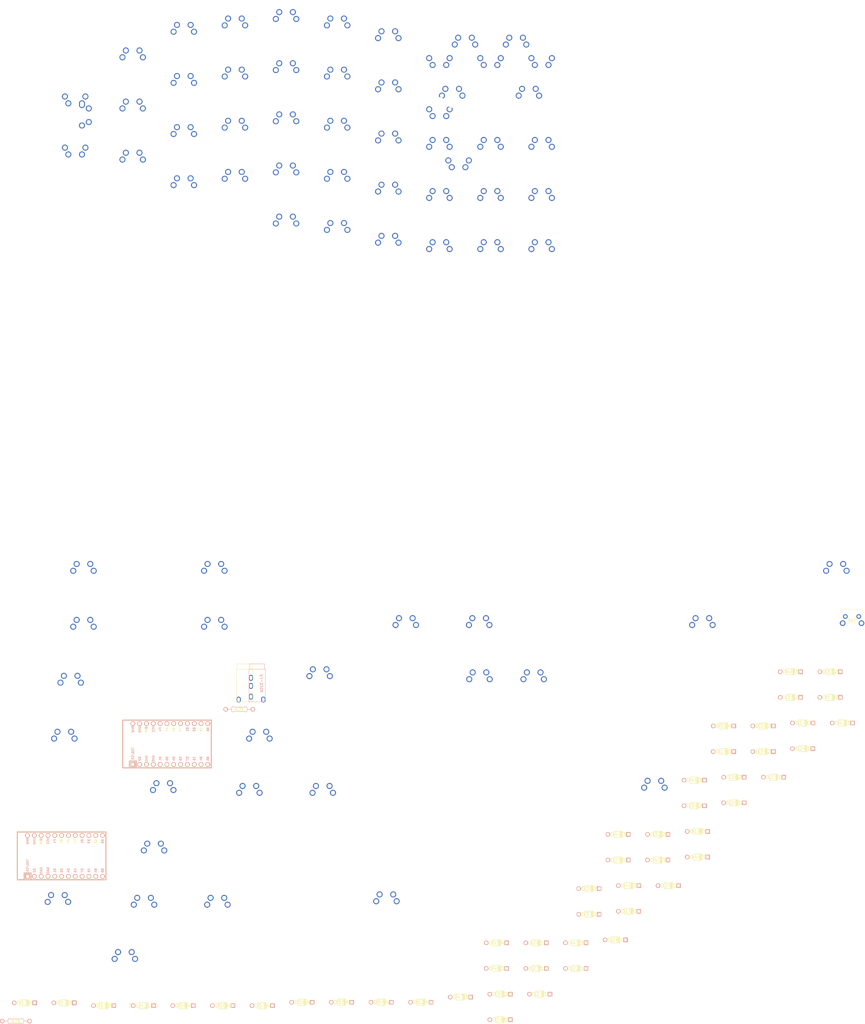
<source format=kicad_pcb>
(kicad_pcb (version 20171130) (host pcbnew "(5.1.6)-1")
  (layers (0 F.Cu signal) (31 B.Cu signal) (34 B.Paste user) (35 F.Paste user) (36 B.SilkS user) (37 F.SilkS user) (38 B.Mask user) (39 F.Mask user) (44 Edge.Cuts user))
  (net 0 "")
  (net 1 "Net-(D110-Pad2)")
  (net 2 Row0)
  (net 3 "Net-(D120-Pad2)")
  (net 4 "Net-(D130-Pad2)")
  (net 5 "Net-(D140-Pad2)")
  (net 6 "Net-(D150-Pad2)")
  (net 7 "Net-(D160-Pad2)")
  (net 8 "Net-(D170-Pad2)")
  (net 9 "Net-(D180-Pad2)")
  (net 10 "Net-(D190-Pad2)")
  (net 11 "Net-(D201-Pad2)")
  (net 12 Row1)
  (net 13 "Net-(D211-Pad2)")
  (net 14 "Net-(D221-Pad2)")
  (net 15 "Net-(D231-Pad2)")
  (net 16 "Net-(D241-Pad2)")
  (net 17 "Net-(D251-Pad2)")
  (net 18 "Net-(D261-Pad2)")
  (net 19 "Net-(D271-Pad2)")
  (net 20 "Net-(D281-Pad2)")
  (net 21 "Net-(D291-Pad2)")
  (net 22 "Net-(D302-Pad2)")
  (net 23 Row2)
  (net 24 "Net-(D312-Pad2)")
  (net 25 "Net-(D322-Pad2)")
  (net 26 "Net-(D332-Pad2)")
  (net 27 "Net-(D342-Pad2)")
  (net 28 "Net-(D352-Pad2)")
  (net 29 "Net-(D362-Pad2)")
  (net 30 "Net-(D372-Pad2)")
  (net 31 "Net-(D382-Pad2)")
  (net 32 "Net-(D392-Pad2)")
  (net 33 "Net-(D403-Pad2)")
  (net 34 Row3)
  (net 35 "Net-(D413-Pad2)")
  (net 36 "Net-(D423-Pad2)")
  (net 37 "Net-(D433-Pad2)")
  (net 38 "Net-(D443-Pad2)")
  (net 39 "Net-(D453-Pad2)")
  (net 40 "Net-(D463-Pad2)")
  (net 41 "Net-(D473-Pad2)")
  (net 42 "Net-(D483-Pad2)")
  (net 43 "Net-(D493-Pad2)")
  (net 44 "Net-(D504-Pad2)")
  (net 45 Row4)
  (net 46 "Net-(D514-Pad2)")
  (net 47 "Net-(D524-Pad2)")
  (net 48 "Net-(D544-Pad2)")
  (net 49 "Net-(D554-Pad2)")
  (net 50 "Net-(D564-Pad2)")
  (net 51 "Net-(D574-Pad2)")
  (net 52 "Net-(D584-Pad2)")
  (net 53 "Net-(D594-Pad2)")
  (net 54 Col0)
  (net 55 Col1)
  (net 56 Col2)
  (net 57 Col3)
  (net 58 Col4)
  (net 59 Col5)
  (net 60 Col6)
  (net 61 Col8)
  (net 62 Col7)
  (net 63 Col9)
  (net 64 "Net-(MX504_275-Pad1)")
  (net 65 TRRS_D0)
  (net 66 VCC)
  (net 67 TRRS_D1)
  (net 68 RESET)
  (net 69 GND)
  (net 70 "Net-(U_LH_0-Pad24)")
  (net 71 "Net-(U_LH_0-Pad10)")
  (net 72 "Net-(U_RH_1-Pad24)")
  (net 73 "Net-(U_RH_1-Pad10)")
  (module railroad-junction:MXOnly-ISO-ROTATED-ReversedStabilizers-Symmetric (layer F.Cu) (at 19.84375 60.325)
    (fp_text reference MX201_IS0)
    (fp_text value MX-NoLED)
    (pad 2 thru_hole circle (at 2.54 3.81 270) (size 2.25 2.25) (drill 1.47) (layers *.Cu *.Mask) (net 11 "Net-(D201-Pad2)"))
    (pad 1 thru_hole circle (at 5.08 -2.54 270) (size 2.25 2.25) (drill 1.47) (layers *.Cu *.Mask) (net 54 Col0))
    (pad 2 thru_hole circle (at 5.08 2.54) (size 2.25 2.25) (drill 1.47) (layers *.Cu *.Mask) (net 11 "Net-(D201-Pad2)"))
    (pad "" np_thru_hole circle (at 0 0) (size 3.9878 3.9878) (drill 3.9878) (layers *.Cu *.Mask))
    (pad 1 thru_hole circle (at 2.54 -3.81) (size 2.25 2.25) (drill 1.47) (layers *.Cu *.Mask) (net 54 Col0))
    (pad "" np_thru_hole circle (at 0 -5.08 48.0996) (size 1.75 1.75) (drill 1.75) (layers *.Cu *.Mask))
    (pad "" np_thru_hole circle (at 0 5.08 48.0996) (size 1.75 1.75) (drill 1.75) (layers *.Cu *.Mask))
    (pad "" np_thru_hole circle (at 6.985 11.938) (size 3.048 3.048) (drill 3.048) (layers *.Cu *.Mask))
    (pad "" np_thru_hole circle (at 6.985 -11.938) (size 3.048 3.048) (drill 3.048) (layers *.Cu *.Mask))
    (pad "" np_thru_hole circle (at -8.255 11.938) (size 3.9878 3.9878) (drill 3.9878) (layers *.Cu *.Mask))
    (pad "" np_thru_hole circle (at -8.255 -11.938) (size 3.9878 3.9878) (drill 3.9878) (layers *.Cu *.Mask))
  )
  (module railroad-junction:MXOnly-1.25U-Symmetric (layer F.Cu) (at 19.84375 69.85 180)
    (fp_text reference MX302_125)
    (fp_text value MX-NoLED)
    (pad 2 thru_hole circle (at 3.81 -2.54 180) (size 2.25 2.25) (drill 1.47) (layers *.Cu *.Mask) (net 22 "Net-(D302-Pad2)"))
    (pad 1 thru_hole circle (at -2.54 -5.08 180) (size 2.25 2.25) (drill 1.47) (layers *.Cu *.Mask) (net 54 Col0))
    (pad "" np_thru_hole circle (at 5.08 0 228.0996) (size 1.75 1.75) (drill 1.75) (layers *.Cu *.Mask))
    (pad "" np_thru_hole circle (at -5.08 0 228.0996) (size 1.75 1.75) (drill 1.75) (layers *.Cu *.Mask))
    (pad 1 thru_hole circle (at -3.81 -2.54 180) (size 2.25 2.25) (drill 1.47) (layers *.Cu *.Mask) (net 54 Col0))
    (pad "" np_thru_hole circle (at 0 0 180) (size 3.9878 3.9878) (drill 3.9878) (layers *.Cu *.Mask))
    (pad 2 thru_hole circle (at 2.54 -5.08 180) (size 2.25 2.25) (drill 1.47) (layers *.Cu *.Mask) (net 22 "Net-(D302-Pad2)"))
  )
  (module railroad-junction:MXOnly-1.25U-Symmetric (layer F.Cu) (at 19.84375 50.8 180)
    (fp_text reference MX201_125)
    (fp_text value MX-NoLED)
    (pad 2 thru_hole circle (at 3.81 -2.54 180) (size 2.25 2.25) (drill 1.47) (layers *.Cu *.Mask) (net 11 "Net-(D201-Pad2)"))
    (pad 1 thru_hole circle (at -2.54 -5.08 180) (size 2.25 2.25) (drill 1.47) (layers *.Cu *.Mask) (net 54 Col0))
    (pad "" np_thru_hole circle (at 5.08 0 228.0996) (size 1.75 1.75) (drill 1.75) (layers *.Cu *.Mask))
    (pad "" np_thru_hole circle (at -5.08 0 228.0996) (size 1.75 1.75) (drill 1.75) (layers *.Cu *.Mask))
    (pad 1 thru_hole circle (at -3.81 -2.54 180) (size 2.25 2.25) (drill 1.47) (layers *.Cu *.Mask) (net 54 Col0))
    (pad "" np_thru_hole circle (at 0 0 180) (size 3.9878 3.9878) (drill 3.9878) (layers *.Cu *.Mask))
    (pad 2 thru_hole circle (at 2.54 -5.08 180) (size 2.25 2.25) (drill 1.47) (layers *.Cu *.Mask) (net 11 "Net-(D201-Pad2)"))
  )
  (module Keebio-Parts:Resistor (layer F.Cu) (at -2.26 397.809)
    (fp_text reference R2 hide)
    (fp_text value 4.7k (at 0 0) (layer F.SilkS) (effects (font (thickness 0.2))))
    (pad 2 thru_hole circle (at 5.08 0) (size 1.651 1.651) (drill 0.9906) (layers *.Cu *.SilkS *.Mask) (net 67 TRRS_D1))
    (pad 1 thru_hole circle (at -5.08 0) (size 1.651 1.651) (drill 0.9906) (layers *.Cu *.SilkS *.Mask) (net 66 VCC))
  )
  (module Keebio-Parts:Resistor (layer F.Cu) (at 81 281.649)
    (fp_text reference R1 hide)
    (fp_text value 4.7k (at 0 0) (layer F.SilkS) (effects (font (thickness 0.2))))
    (pad 2 thru_hole circle (at 5.08 0) (size 1.651 1.651) (drill 0.9906) (layers *.Cu *.SilkS *.Mask) (net 65 TRRS_D0))
    (pad 1 thru_hole circle (at -5.08 0) (size 1.651 1.651) (drill 0.9906) (layers *.Cu *.SilkS *.Mask) (net 66 VCC))
  )
  (module railroad-junction:MXOnly-1.5U-Symmetric (layer F.Cu) (at 84.7575 315.294)
    (fp_text reference MX594_150)
    (fp_text value MX-NoLED)
    (pad 1 thru_hole circle (at -2.54 -5.08) (size 2.25 2.25) (drill 1.47) (layers *.Cu *.Mask) (net 63 Col9))
    (pad 2 thru_hole circle (at 3.81 -2.54) (size 2.25 2.25) (drill 1.47) (layers *.Cu *.Mask) (net 53 "Net-(D594-Pad2)"))
    (pad "" np_thru_hole circle (at 5.08 0 48.0996) (size 1.75 1.75) (drill 1.75) (layers *.Cu *.Mask))
    (pad "" np_thru_hole circle (at -5.08 0 48.0996) (size 1.75 1.75) (drill 1.75) (layers *.Cu *.Mask))
    (pad 1 thru_hole circle (at -3.81 -2.54) (size 2.25 2.25) (drill 1.47) (layers *.Cu *.Mask) (net 63 Col9))
    (pad "" np_thru_hole circle (at 0 0) (size 3.9878 3.9878) (drill 3.9878) (layers *.Cu *.Mask))
    (pad 2 thru_hole circle (at 2.54 -5.08) (size 2.25 2.25) (drill 1.47) (layers *.Cu *.Mask) (net 53 "Net-(D594-Pad2)"))
  )
  (module railroad-junction:MXOnly-1.25U-Symmetric (layer F.Cu) (at 72.84625 356.974)
    (fp_text reference MX594_125)
    (fp_text value MX-NoLED)
    (pad 2 thru_hole circle (at 3.81 -2.54) (size 2.25 2.25) (drill 1.47) (layers *.Cu *.Mask) (net 53 "Net-(D594-Pad2)"))
    (pad 1 thru_hole circle (at -2.54 -5.08) (size 2.25 2.25) (drill 1.47) (layers *.Cu *.Mask) (net 63 Col9))
    (pad "" np_thru_hole circle (at 5.08 0 48.0996) (size 1.75 1.75) (drill 1.75) (layers *.Cu *.Mask))
    (pad "" np_thru_hole circle (at -5.08 0 48.0996) (size 1.75 1.75) (drill 1.75) (layers *.Cu *.Mask))
    (pad 1 thru_hole circle (at -3.81 -2.54) (size 2.25 2.25) (drill 1.47) (layers *.Cu *.Mask) (net 63 Col9))
    (pad "" np_thru_hole circle (at 0 0) (size 3.9878 3.9878) (drill 3.9878) (layers *.Cu *.Mask))
    (pad 2 thru_hole circle (at 2.54 -5.08) (size 2.25 2.25) (drill 1.47) (layers *.Cu *.Mask) (net 53 "Net-(D594-Pad2)"))
  )
  (module railroad-junction:MXOnly-1U-Symmetric (layer F.Cu) (at 193.675 112.7125)
    (fp_text reference MX594_100)
    (fp_text value MX-NoLED)
    (pad 2 thru_hole circle (at 3.81 -2.54) (size 2.25 2.25) (drill 1.47) (layers *.Cu *.Mask) (net 53 "Net-(D594-Pad2)"))
    (pad 1 thru_hole circle (at -2.54 -5.08) (size 2.25 2.25) (drill 1.47) (layers *.Cu *.Mask) (net 63 Col9))
    (pad "" np_thru_hole circle (at 5.08 0 48.0996) (size 1.75 1.75) (drill 1.75) (layers *.Cu *.Mask))
    (pad "" np_thru_hole circle (at -5.08 0 48.0996) (size 1.75 1.75) (drill 1.75) (layers *.Cu *.Mask))
    (pad 1 thru_hole circle (at -3.81 -2.54) (size 2.25 2.25) (drill 1.47) (layers *.Cu *.Mask) (net 63 Col9))
    (pad "" np_thru_hole circle (at 0 0) (size 3.9878 3.9878) (drill 3.9878) (layers *.Cu *.Mask))
    (pad 2 thru_hole circle (at 2.54 -5.08) (size 2.25 2.25) (drill 1.47) (layers *.Cu *.Mask) (net 53 "Net-(D594-Pad2)"))
  )
  (module railroad-junction:MXOnly-1.5U-Symmetric (layer F.Cu) (at 143.0475 252.774)
    (fp_text reference MX584_150)
    (fp_text value MX-NoLED)
    (pad 1 thru_hole circle (at -2.54 -5.08) (size 2.25 2.25) (drill 1.47) (layers *.Cu *.Mask) (net 61 Col8))
    (pad 2 thru_hole circle (at 3.81 -2.54) (size 2.25 2.25) (drill 1.47) (layers *.Cu *.Mask) (net 52 "Net-(D584-Pad2)"))
    (pad "" np_thru_hole circle (at 5.08 0 48.0996) (size 1.75 1.75) (drill 1.75) (layers *.Cu *.Mask))
    (pad "" np_thru_hole circle (at -5.08 0 48.0996) (size 1.75 1.75) (drill 1.75) (layers *.Cu *.Mask))
    (pad 1 thru_hole circle (at -3.81 -2.54) (size 2.25 2.25) (drill 1.47) (layers *.Cu *.Mask) (net 61 Col8))
    (pad "" np_thru_hole circle (at 0 0) (size 3.9878 3.9878) (drill 3.9878) (layers *.Cu *.Mask))
    (pad 2 thru_hole circle (at 2.54 -5.08) (size 2.25 2.25) (drill 1.47) (layers *.Cu *.Mask) (net 52 "Net-(D584-Pad2)"))
  )
  (module railroad-junction:MXOnly-1.25U-Symmetric (layer F.Cu) (at 170.38625 252.774)
    (fp_text reference MX584_125)
    (fp_text value MX-NoLED)
    (pad 2 thru_hole circle (at 3.81 -2.54) (size 2.25 2.25) (drill 1.47) (layers *.Cu *.Mask) (net 52 "Net-(D584-Pad2)"))
    (pad 1 thru_hole circle (at -2.54 -5.08) (size 2.25 2.25) (drill 1.47) (layers *.Cu *.Mask) (net 61 Col8))
    (pad "" np_thru_hole circle (at 5.08 0 48.0996) (size 1.75 1.75) (drill 1.75) (layers *.Cu *.Mask))
    (pad "" np_thru_hole circle (at -5.08 0 48.0996) (size 1.75 1.75) (drill 1.75) (layers *.Cu *.Mask))
    (pad 1 thru_hole circle (at -3.81 -2.54) (size 2.25 2.25) (drill 1.47) (layers *.Cu *.Mask) (net 61 Col8))
    (pad "" np_thru_hole circle (at 0 0) (size 3.9878 3.9878) (drill 3.9878) (layers *.Cu *.Mask))
    (pad 2 thru_hole circle (at 2.54 -5.08) (size 2.25 2.25) (drill 1.47) (layers *.Cu *.Mask) (net 52 "Net-(D584-Pad2)"))
  )
  (module railroad-junction:MXOnly-1U-Symmetric (layer F.Cu) (at 174.625 112.7125)
    (fp_text reference MX584_100)
    (fp_text value MX-NoLED)
    (pad 2 thru_hole circle (at 3.81 -2.54) (size 2.25 2.25) (drill 1.47) (layers *.Cu *.Mask) (net 52 "Net-(D584-Pad2)"))
    (pad 1 thru_hole circle (at -2.54 -5.08) (size 2.25 2.25) (drill 1.47) (layers *.Cu *.Mask) (net 61 Col8))
    (pad "" np_thru_hole circle (at 5.08 0 48.0996) (size 1.75 1.75) (drill 1.75) (layers *.Cu *.Mask))
    (pad "" np_thru_hole circle (at -5.08 0 48.0996) (size 1.75 1.75) (drill 1.75) (layers *.Cu *.Mask))
    (pad 1 thru_hole circle (at -3.81 -2.54) (size 2.25 2.25) (drill 1.47) (layers *.Cu *.Mask) (net 61 Col8))
    (pad "" np_thru_hole circle (at 0 0) (size 3.9878 3.9878) (drill 3.9878) (layers *.Cu *.Mask))
    (pad 2 thru_hole circle (at 2.54 -5.08) (size 2.25 2.25) (drill 1.47) (layers *.Cu *.Mask) (net 52 "Net-(D584-Pad2)"))
  )
  (module railroad-junction:MXOnly-1.5U-Symmetric (layer F.Cu) (at 45.5075 356.974)
    (fp_text reference MX574_150)
    (fp_text value MX-NoLED)
    (pad 1 thru_hole circle (at -2.54 -5.08) (size 2.25 2.25) (drill 1.47) (layers *.Cu *.Mask) (net 62 Col7))
    (pad 2 thru_hole circle (at 3.81 -2.54) (size 2.25 2.25) (drill 1.47) (layers *.Cu *.Mask) (net 51 "Net-(D574-Pad2)"))
    (pad "" np_thru_hole circle (at 5.08 0 48.0996) (size 1.75 1.75) (drill 1.75) (layers *.Cu *.Mask))
    (pad "" np_thru_hole circle (at -5.08 0 48.0996) (size 1.75 1.75) (drill 1.75) (layers *.Cu *.Mask))
    (pad 1 thru_hole circle (at -3.81 -2.54) (size 2.25 2.25) (drill 1.47) (layers *.Cu *.Mask) (net 62 Col7))
    (pad "" np_thru_hole circle (at 0 0) (size 3.9878 3.9878) (drill 3.9878) (layers *.Cu *.Mask))
    (pad 2 thru_hole circle (at 2.54 -5.08) (size 2.25 2.25) (drill 1.47) (layers *.Cu *.Mask) (net 51 "Net-(D574-Pad2)"))
  )
  (module railroad-junction:MXOnly-1.25U-Symmetric (layer F.Cu) (at 38.36625 377.174)
    (fp_text reference MX574_125)
    (fp_text value MX-NoLED)
    (pad 2 thru_hole circle (at 3.81 -2.54) (size 2.25 2.25) (drill 1.47) (layers *.Cu *.Mask) (net 51 "Net-(D574-Pad2)"))
    (pad 1 thru_hole circle (at -2.54 -5.08) (size 2.25 2.25) (drill 1.47) (layers *.Cu *.Mask) (net 62 Col7))
    (pad "" np_thru_hole circle (at 5.08 0 48.0996) (size 1.75 1.75) (drill 1.75) (layers *.Cu *.Mask))
    (pad "" np_thru_hole circle (at -5.08 0 48.0996) (size 1.75 1.75) (drill 1.75) (layers *.Cu *.Mask))
    (pad 1 thru_hole circle (at -3.81 -2.54) (size 2.25 2.25) (drill 1.47) (layers *.Cu *.Mask) (net 62 Col7))
    (pad "" np_thru_hole circle (at 0 0) (size 3.9878 3.9878) (drill 3.9878) (layers *.Cu *.Mask))
    (pad 2 thru_hole circle (at 2.54 -5.08) (size 2.25 2.25) (drill 1.47) (layers *.Cu *.Mask) (net 51 "Net-(D574-Pad2)"))
  )
  (module railroad-junction:MXOnly-1U-Symmetric (layer F.Cu) (at 155.575 112.7125)
    (fp_text reference MX574_100)
    (fp_text value MX-NoLED)
    (pad 2 thru_hole circle (at 3.81 -2.54) (size 2.25 2.25) (drill 1.47) (layers *.Cu *.Mask) (net 51 "Net-(D574-Pad2)"))
    (pad 1 thru_hole circle (at -2.54 -5.08) (size 2.25 2.25) (drill 1.47) (layers *.Cu *.Mask) (net 62 Col7))
    (pad "" np_thru_hole circle (at 5.08 0 48.0996) (size 1.75 1.75) (drill 1.75) (layers *.Cu *.Mask))
    (pad "" np_thru_hole circle (at -5.08 0 48.0996) (size 1.75 1.75) (drill 1.75) (layers *.Cu *.Mask))
    (pad 1 thru_hole circle (at -3.81 -2.54) (size 2.25 2.25) (drill 1.47) (layers *.Cu *.Mask) (net 62 Col7))
    (pad "" np_thru_hole circle (at 0 0) (size 3.9878 3.9878) (drill 3.9878) (layers *.Cu *.Mask))
    (pad 2 thru_hole circle (at 2.54 -5.08) (size 2.25 2.25) (drill 1.47) (layers *.Cu *.Mask) (net 51 "Net-(D574-Pad2)"))
  )
  (module railroad-junction:MXOnly-1.25U-Symmetric (layer F.Cu) (at 112.09625 315.294)
    (fp_text reference MX524_125)
    (fp_text value MX-NoLED)
    (pad 2 thru_hole circle (at 3.81 -2.54) (size 2.25 2.25) (drill 1.47) (layers *.Cu *.Mask) (net 47 "Net-(D524-Pad2)"))
    (pad 1 thru_hole circle (at -2.54 -5.08) (size 2.25 2.25) (drill 1.47) (layers *.Cu *.Mask) (net 56 Col2))
    (pad "" np_thru_hole circle (at 5.08 0 48.0996) (size 1.75 1.75) (drill 1.75) (layers *.Cu *.Mask))
    (pad "" np_thru_hole circle (at -5.08 0 48.0996) (size 1.75 1.75) (drill 1.75) (layers *.Cu *.Mask))
    (pad 1 thru_hole circle (at -3.81 -2.54) (size 2.25 2.25) (drill 1.47) (layers *.Cu *.Mask) (net 56 Col2))
    (pad "" np_thru_hole circle (at 0 0) (size 3.9878 3.9878) (drill 3.9878) (layers *.Cu *.Mask))
    (pad 2 thru_hole circle (at 2.54 -5.08) (size 2.25 2.25) (drill 1.47) (layers *.Cu *.Mask) (net 47 "Net-(D524-Pad2)"))
  )
  (module railroad-junction:MXOnly-1U-Symmetric (layer F.Cu) (at 235.675 313.374)
    (fp_text reference MX524_100)
    (fp_text value MX-NoLED)
    (pad 2 thru_hole circle (at 3.81 -2.54) (size 2.25 2.25) (drill 1.47) (layers *.Cu *.Mask) (net 47 "Net-(D524-Pad2)"))
    (pad 1 thru_hole circle (at -2.54 -5.08) (size 2.25 2.25) (drill 1.47) (layers *.Cu *.Mask) (net 56 Col2))
    (pad "" np_thru_hole circle (at 5.08 0 48.0996) (size 1.75 1.75) (drill 1.75) (layers *.Cu *.Mask))
    (pad "" np_thru_hole circle (at -5.08 0 48.0996) (size 1.75 1.75) (drill 1.75) (layers *.Cu *.Mask))
    (pad 1 thru_hole circle (at -3.81 -2.54) (size 2.25 2.25) (drill 1.47) (layers *.Cu *.Mask) (net 56 Col2))
    (pad "" np_thru_hole circle (at 0 0) (size 3.9878 3.9878) (drill 3.9878) (layers *.Cu *.Mask))
    (pad 2 thru_hole circle (at 2.54 -5.08) (size 2.25 2.25) (drill 1.47) (layers *.Cu *.Mask) (net 47 "Net-(D524-Pad2)"))
  )
  (module railroad-junction:MXOnly-2.75U-Symmetric (layer F.Cu) (at 22.93375 232.574)
    (fp_text reference MX504_275)
    (fp_text value MX-NoLED)
    (pad 2 thru_hole circle (at 3.81 -2.54) (size 2.25 2.25) (drill 1.47) (layers *.Cu *.Mask) (net 44 "Net-(D504-Pad2)"))
    (pad 1 thru_hole circle (at -2.54 -5.08) (size 2.25 2.25) (drill 1.47) (layers *.Cu *.Mask) (net 64 "Net-(MX504_275-Pad1)"))
    (pad "" np_thru_hole circle (at 11.90625 8.255) (size 3.9878 3.9878) (drill 3.9878) (layers *.Cu *.Mask))
    (pad "" np_thru_hole circle (at -11.90625 8.255) (size 3.9878 3.9878) (drill 3.9878) (layers *.Cu *.Mask))
    (pad "" np_thru_hole circle (at 11.90625 -6.985) (size 3.048 3.048) (drill 3.048) (layers *.Cu *.Mask))
    (pad "" np_thru_hole circle (at -11.90625 -6.985) (size 3.048 3.048) (drill 3.048) (layers *.Cu *.Mask))
    (pad "" np_thru_hole circle (at 5.08 0 48.0996) (size 1.75 1.75) (drill 1.75) (layers *.Cu *.Mask))
    (pad "" np_thru_hole circle (at -5.08 0 48.0996) (size 1.75 1.75) (drill 1.75) (layers *.Cu *.Mask))
    (pad 1 thru_hole circle (at -3.81 -2.54) (size 2.25 2.25) (drill 1.47) (layers *.Cu *.Mask) (net 64 "Net-(MX504_275-Pad1)"))
    (pad "" np_thru_hole circle (at 0 0) (size 3.9878 3.9878) (drill 3.9878) (layers *.Cu *.Mask))
    (pad 2 thru_hole circle (at 2.54 -5.08) (size 2.25 2.25) (drill 1.47) (layers *.Cu *.Mask) (net 44 "Net-(D504-Pad2)"))
  )
  (module railroad-junction:MXOnly-1.75U-Symmetric (layer F.Cu) (at 110.94875 271.824)
    (fp_text reference MX504_175)
    (fp_text value MX-NoLED)
    (pad 2 thru_hole circle (at 3.81 -2.54) (size 2.25 2.25) (drill 1.47) (layers *.Cu *.Mask) (net 44 "Net-(D504-Pad2)"))
    (pad 1 thru_hole circle (at -2.54 -5.08) (size 2.25 2.25) (drill 1.47) (layers *.Cu *.Mask) (net 54 Col0))
    (pad "" np_thru_hole circle (at 5.08 0 48.0996) (size 1.75 1.75) (drill 1.75) (layers *.Cu *.Mask))
    (pad "" np_thru_hole circle (at -5.08 0 48.0996) (size 1.75 1.75) (drill 1.75) (layers *.Cu *.Mask))
    (pad 1 thru_hole circle (at -3.81 -2.54) (size 2.25 2.25) (drill 1.47) (layers *.Cu *.Mask) (net 54 Col0))
    (pad "" np_thru_hole circle (at 0 0) (size 3.9878 3.9878) (drill 3.9878) (layers *.Cu *.Mask))
    (pad 2 thru_hole circle (at 2.54 -5.08) (size 2.25 2.25) (drill 1.47) (layers *.Cu *.Mask) (net 44 "Net-(D504-Pad2)"))
  )
  (module railroad-junction:MXOnly-1.75U-Symmetric (layer F.Cu) (at 49.23875 336.774)
    (fp_text reference MX493_175)
    (fp_text value MX-NoLED)
    (pad 2 thru_hole circle (at 3.81 -2.54) (size 2.25 2.25) (drill 1.47) (layers *.Cu *.Mask) (net 43 "Net-(D493-Pad2)"))
    (pad 1 thru_hole circle (at -2.54 -5.08) (size 2.25 2.25) (drill 1.47) (layers *.Cu *.Mask) (net 63 Col9))
    (pad "" np_thru_hole circle (at 5.08 0 48.0996) (size 1.75 1.75) (drill 1.75) (layers *.Cu *.Mask))
    (pad "" np_thru_hole circle (at -5.08 0 48.0996) (size 1.75 1.75) (drill 1.75) (layers *.Cu *.Mask))
    (pad 1 thru_hole circle (at -3.81 -2.54) (size 2.25 2.25) (drill 1.47) (layers *.Cu *.Mask) (net 63 Col9))
    (pad "" np_thru_hole circle (at 0 0) (size 3.9878 3.9878) (drill 3.9878) (layers *.Cu *.Mask))
    (pad 2 thru_hole circle (at 2.54 -5.08) (size 2.25 2.25) (drill 1.47) (layers *.Cu *.Mask) (net 43 "Net-(D493-Pad2)"))
  )
  (module railroad-junction:MXOnly-1U-Symmetric (layer F.Cu) (at 170.505 272.974)
    (fp_text reference MX493_101)
    (fp_text value MX-NoLED)
    (pad 2 thru_hole circle (at 3.81 -2.54) (size 2.25 2.25) (drill 1.47) (layers *.Cu *.Mask) (net 43 "Net-(D493-Pad2)"))
    (pad 1 thru_hole circle (at -2.54 -5.08) (size 2.25 2.25) (drill 1.47) (layers *.Cu *.Mask) (net 63 Col9))
    (pad "" np_thru_hole circle (at 5.08 0 48.0996) (size 1.75 1.75) (drill 1.75) (layers *.Cu *.Mask))
    (pad "" np_thru_hole circle (at -5.08 0 48.0996) (size 1.75 1.75) (drill 1.75) (layers *.Cu *.Mask))
    (pad 1 thru_hole circle (at -3.81 -2.54) (size 2.25 2.25) (drill 1.47) (layers *.Cu *.Mask) (net 63 Col9))
    (pad "" np_thru_hole circle (at 0 0) (size 3.9878 3.9878) (drill 3.9878) (layers *.Cu *.Mask))
    (pad 2 thru_hole circle (at 2.54 -5.08) (size 2.25 2.25) (drill 1.47) (layers *.Cu *.Mask) (net 43 "Net-(D493-Pad2)"))
  )
  (module railroad-junction:MXOnly-1U-Symmetric (layer F.Cu) (at 193.675 93.6625)
    (fp_text reference MX493_100)
    (fp_text value MX-NoLED)
    (pad 2 thru_hole circle (at 3.81 -2.54) (size 2.25 2.25) (drill 1.47) (layers *.Cu *.Mask) (net 43 "Net-(D493-Pad2)"))
    (pad 1 thru_hole circle (at -2.54 -5.08) (size 2.25 2.25) (drill 1.47) (layers *.Cu *.Mask) (net 63 Col9))
    (pad "" np_thru_hole circle (at 5.08 0 48.0996) (size 1.75 1.75) (drill 1.75) (layers *.Cu *.Mask))
    (pad "" np_thru_hole circle (at -5.08 0 48.0996) (size 1.75 1.75) (drill 1.75) (layers *.Cu *.Mask))
    (pad 1 thru_hole circle (at -3.81 -2.54) (size 2.25 2.25) (drill 1.47) (layers *.Cu *.Mask) (net 63 Col9))
    (pad "" np_thru_hole circle (at 0 0) (size 3.9878 3.9878) (drill 3.9878) (layers *.Cu *.Mask))
    (pad 2 thru_hole circle (at 2.54 -5.08) (size 2.25 2.25) (drill 1.47) (layers *.Cu *.Mask) (net 43 "Net-(D493-Pad2)"))
  )
  (module railroad-junction:MXOnly-2.75U-Symmetric (layer F.Cu) (at 22.93375 253.414)
    (fp_text reference MX483_275)
    (fp_text value MX-NoLED)
    (pad 2 thru_hole circle (at 3.81 -2.54) (size 2.25 2.25) (drill 1.47) (layers *.Cu *.Mask) (net 42 "Net-(D483-Pad2)"))
    (pad 1 thru_hole circle (at -2.54 -5.08) (size 2.25 2.25) (drill 1.47) (layers *.Cu *.Mask) (net 61 Col8))
    (pad "" np_thru_hole circle (at 11.90625 8.255) (size 3.9878 3.9878) (drill 3.9878) (layers *.Cu *.Mask))
    (pad "" np_thru_hole circle (at -11.90625 8.255) (size 3.9878 3.9878) (drill 3.9878) (layers *.Cu *.Mask))
    (pad "" np_thru_hole circle (at 11.90625 -6.985) (size 3.048 3.048) (drill 3.048) (layers *.Cu *.Mask))
    (pad "" np_thru_hole circle (at -11.90625 -6.985) (size 3.048 3.048) (drill 3.048) (layers *.Cu *.Mask))
    (pad "" np_thru_hole circle (at 5.08 0 48.0996) (size 1.75 1.75) (drill 1.75) (layers *.Cu *.Mask))
    (pad "" np_thru_hole circle (at -5.08 0 48.0996) (size 1.75 1.75) (drill 1.75) (layers *.Cu *.Mask))
    (pad 1 thru_hole circle (at -3.81 -2.54) (size 2.25 2.25) (drill 1.47) (layers *.Cu *.Mask) (net 61 Col8))
    (pad "" np_thru_hole circle (at 0 0) (size 3.9878 3.9878) (drill 3.9878) (layers *.Cu *.Mask))
    (pad 2 thru_hole circle (at 2.54 -5.08) (size 2.25 2.25) (drill 1.47) (layers *.Cu *.Mask) (net 42 "Net-(D483-Pad2)"))
  )
  (module railroad-junction:MXOnly-2.25U-Symmetric (layer F.Cu) (at 18.17125 274.254)
    (fp_text reference MX483_225)
    (fp_text value MX-NoLED)
    (pad 2 thru_hole circle (at 3.81 -2.54) (size 2.25 2.25) (drill 1.47) (layers *.Cu *.Mask) (net 42 "Net-(D483-Pad2)"))
    (pad 1 thru_hole circle (at -2.54 -5.08) (size 2.25 2.25) (drill 1.47) (layers *.Cu *.Mask) (net 61 Col8))
    (pad "" np_thru_hole circle (at 11.90625 8.255) (size 3.9878 3.9878) (drill 3.9878) (layers *.Cu *.Mask))
    (pad "" np_thru_hole circle (at -11.90625 8.255) (size 3.9878 3.9878) (drill 3.9878) (layers *.Cu *.Mask))
    (pad "" np_thru_hole circle (at 11.90625 -6.985) (size 3.048 3.048) (drill 3.048) (layers *.Cu *.Mask))
    (pad "" np_thru_hole circle (at -11.90625 -6.985) (size 3.048 3.048) (drill 3.048) (layers *.Cu *.Mask))
    (pad "" np_thru_hole circle (at 5.08 0 48.0996) (size 1.75 1.75) (drill 1.75) (layers *.Cu *.Mask))
    (pad "" np_thru_hole circle (at -5.08 0 48.0996) (size 1.75 1.75) (drill 1.75) (layers *.Cu *.Mask))
    (pad 1 thru_hole circle (at -3.81 -2.54) (size 2.25 2.25) (drill 1.47) (layers *.Cu *.Mask) (net 61 Col8))
    (pad "" np_thru_hole circle (at 0 0) (size 3.9878 3.9878) (drill 3.9878) (layers *.Cu *.Mask))
    (pad 2 thru_hole circle (at 2.54 -5.08) (size 2.25 2.25) (drill 1.47) (layers *.Cu *.Mask) (net 42 "Net-(D483-Pad2)"))
  )
  (module railroad-junction:MXOnly-1U-Symmetric (layer F.Cu) (at 174.625 93.6625)
    (fp_text reference MX483_100)
    (fp_text value MX-NoLED)
    (pad 2 thru_hole circle (at 3.81 -2.54) (size 2.25 2.25) (drill 1.47) (layers *.Cu *.Mask) (net 42 "Net-(D483-Pad2)"))
    (pad 1 thru_hole circle (at -2.54 -5.08) (size 2.25 2.25) (drill 1.47) (layers *.Cu *.Mask) (net 61 Col8))
    (pad "" np_thru_hole circle (at 5.08 0 48.0996) (size 1.75 1.75) (drill 1.75) (layers *.Cu *.Mask))
    (pad "" np_thru_hole circle (at -5.08 0 48.0996) (size 1.75 1.75) (drill 1.75) (layers *.Cu *.Mask))
    (pad 1 thru_hole circle (at -3.81 -2.54) (size 2.25 2.25) (drill 1.47) (layers *.Cu *.Mask) (net 61 Col8))
    (pad "" np_thru_hole circle (at 0 0) (size 3.9878 3.9878) (drill 3.9878) (layers *.Cu *.Mask))
    (pad 2 thru_hole circle (at 2.54 -5.08) (size 2.25 2.25) (drill 1.47) (layers *.Cu *.Mask) (net 42 "Net-(D483-Pad2)"))
  )
  (module railroad-junction:MXOnly-1.75U-Symmetric (layer F.Cu) (at 13.40875 355.934)
    (fp_text reference MX473_175)
    (fp_text value MX-NoLED)
    (pad 2 thru_hole circle (at 3.81 -2.54) (size 2.25 2.25) (drill 1.47) (layers *.Cu *.Mask) (net 41 "Net-(D473-Pad2)"))
    (pad 1 thru_hole circle (at -2.54 -5.08) (size 2.25 2.25) (drill 1.47) (layers *.Cu *.Mask) (net 62 Col7))
    (pad "" np_thru_hole circle (at 5.08 0 48.0996) (size 1.75 1.75) (drill 1.75) (layers *.Cu *.Mask))
    (pad "" np_thru_hole circle (at -5.08 0 48.0996) (size 1.75 1.75) (drill 1.75) (layers *.Cu *.Mask))
    (pad 1 thru_hole circle (at -3.81 -2.54) (size 2.25 2.25) (drill 1.47) (layers *.Cu *.Mask) (net 62 Col7))
    (pad "" np_thru_hole circle (at 0 0) (size 3.9878 3.9878) (drill 3.9878) (layers *.Cu *.Mask))
    (pad 2 thru_hole circle (at 2.54 -5.08) (size 2.25 2.25) (drill 1.47) (layers *.Cu *.Mask) (net 41 "Net-(D473-Pad2)"))
  )
  (module railroad-junction:MXOnly-1U-Symmetric (layer F.Cu) (at 155.575 93.6625)
    (fp_text reference MX473_100)
    (fp_text value MX-NoLED)
    (pad 2 thru_hole circle (at 3.81 -2.54) (size 2.25 2.25) (drill 1.47) (layers *.Cu *.Mask) (net 41 "Net-(D473-Pad2)"))
    (pad 1 thru_hole circle (at -2.54 -5.08) (size 2.25 2.25) (drill 1.47) (layers *.Cu *.Mask) (net 62 Col7))
    (pad "" np_thru_hole circle (at 5.08 0 48.0996) (size 1.75 1.75) (drill 1.75) (layers *.Cu *.Mask))
    (pad "" np_thru_hole circle (at -5.08 0 48.0996) (size 1.75 1.75) (drill 1.75) (layers *.Cu *.Mask))
    (pad 1 thru_hole circle (at -3.81 -2.54) (size 2.25 2.25) (drill 1.47) (layers *.Cu *.Mask) (net 62 Col7))
    (pad "" np_thru_hole circle (at 0 0) (size 3.9878 3.9878) (drill 3.9878) (layers *.Cu *.Mask))
    (pad 2 thru_hole circle (at 2.54 -5.08) (size 2.25 2.25) (drill 1.47) (layers *.Cu *.Mask) (net 41 "Net-(D473-Pad2)"))
  )
  (module railroad-junction:MXOnly-2.25U-Symmetric (layer F.Cu) (at 71.70125 232.574)
    (fp_text reference MX413_225)
    (fp_text value MX-NoLED)
    (pad 2 thru_hole circle (at 3.81 -2.54) (size 2.25 2.25) (drill 1.47) (layers *.Cu *.Mask) (net 35 "Net-(D413-Pad2)"))
    (pad 1 thru_hole circle (at -2.54 -5.08) (size 2.25 2.25) (drill 1.47) (layers *.Cu *.Mask) (net 55 Col1))
    (pad "" np_thru_hole circle (at 11.90625 8.255) (size 3.9878 3.9878) (drill 3.9878) (layers *.Cu *.Mask))
    (pad "" np_thru_hole circle (at -11.90625 8.255) (size 3.9878 3.9878) (drill 3.9878) (layers *.Cu *.Mask))
    (pad "" np_thru_hole circle (at 11.90625 -6.985) (size 3.048 3.048) (drill 3.048) (layers *.Cu *.Mask))
    (pad "" np_thru_hole circle (at -11.90625 -6.985) (size 3.048 3.048) (drill 3.048) (layers *.Cu *.Mask))
    (pad "" np_thru_hole circle (at 5.08 0 48.0996) (size 1.75 1.75) (drill 1.75) (layers *.Cu *.Mask))
    (pad "" np_thru_hole circle (at -5.08 0 48.0996) (size 1.75 1.75) (drill 1.75) (layers *.Cu *.Mask))
    (pad 1 thru_hole circle (at -3.81 -2.54) (size 2.25 2.25) (drill 1.47) (layers *.Cu *.Mask) (net 55 Col1))
    (pad "" np_thru_hole circle (at 0 0) (size 3.9878 3.9878) (drill 3.9878) (layers *.Cu *.Mask))
    (pad 2 thru_hole circle (at 2.54 -5.08) (size 2.25 2.25) (drill 1.47) (layers *.Cu *.Mask) (net 35 "Net-(D413-Pad2)"))
  )
  (module railroad-junction:MXOnly-2U-Symmetric (layer F.Cu) (at 15.79 295.094)
    (fp_text reference MX413_200)
    (fp_text value MX-NoLED)
    (pad 1 thru_hole circle (at -2.54 -5.08) (size 2.25 2.25) (drill 1.47) (layers *.Cu *.Mask) (net 55 Col1))
    (pad 2 thru_hole circle (at 3.81 -2.54) (size 2.25 2.25) (drill 1.47) (layers *.Cu *.Mask) (net 35 "Net-(D413-Pad2)"))
    (pad "" np_thru_hole circle (at 11.90625 8.255) (size 3.9878 3.9878) (drill 3.9878) (layers *.Cu *.Mask))
    (pad "" np_thru_hole circle (at -11.90625 8.255) (size 3.9878 3.9878) (drill 3.9878) (layers *.Cu *.Mask))
    (pad "" np_thru_hole circle (at 11.90625 -6.985) (size 3.048 3.048) (drill 3.048) (layers *.Cu *.Mask))
    (pad "" np_thru_hole circle (at -11.90625 -6.985) (size 3.048 3.048) (drill 3.048) (layers *.Cu *.Mask))
    (pad "" np_thru_hole circle (at 5.08 0 48.0996) (size 1.75 1.75) (drill 1.75) (layers *.Cu *.Mask))
    (pad "" np_thru_hole circle (at -5.08 0 48.0996) (size 1.75 1.75) (drill 1.75) (layers *.Cu *.Mask))
    (pad 1 thru_hole circle (at -3.81 -2.54) (size 2.25 2.25) (drill 1.47) (layers *.Cu *.Mask) (net 55 Col1))
    (pad "" np_thru_hole circle (at 0 0) (size 3.9878 3.9878) (drill 3.9878) (layers *.Cu *.Mask))
    (pad 2 thru_hole circle (at 2.54 -5.08) (size 2.25 2.25) (drill 1.47) (layers *.Cu *.Mask) (net 35 "Net-(D413-Pad2)"))
  )
  (module railroad-junction:MXOnly-1U-Symmetric (layer F.Cu) (at 135.825 355.694)
    (fp_text reference MX413_100)
    (fp_text value MX-NoLED)
    (pad 2 thru_hole circle (at 3.81 -2.54) (size 2.25 2.25) (drill 1.47) (layers *.Cu *.Mask) (net 35 "Net-(D413-Pad2)"))
    (pad 1 thru_hole circle (at -2.54 -5.08) (size 2.25 2.25) (drill 1.47) (layers *.Cu *.Mask) (net 55 Col1))
    (pad "" np_thru_hole circle (at 5.08 0 48.0996) (size 1.75 1.75) (drill 1.75) (layers *.Cu *.Mask))
    (pad "" np_thru_hole circle (at -5.08 0 48.0996) (size 1.75 1.75) (drill 1.75) (layers *.Cu *.Mask))
    (pad 1 thru_hole circle (at -3.81 -2.54) (size 2.25 2.25) (drill 1.47) (layers *.Cu *.Mask) (net 55 Col1))
    (pad "" np_thru_hole circle (at 0 0) (size 3.9878 3.9878) (drill 3.9878) (layers *.Cu *.Mask))
    (pad 2 thru_hole circle (at 2.54 -5.08) (size 2.25 2.25) (drill 1.47) (layers *.Cu *.Mask) (net 35 "Net-(D413-Pad2)"))
  )
  (module railroad-junction:MXOnly-1U-Symmetric (layer F.Cu) (at 190.705 272.974)
    (fp_text reference MX392_101)
    (fp_text value MX-NoLED)
    (pad 2 thru_hole circle (at 3.81 -2.54) (size 2.25 2.25) (drill 1.47) (layers *.Cu *.Mask) (net 32 "Net-(D392-Pad2)"))
    (pad 1 thru_hole circle (at -2.54 -5.08) (size 2.25 2.25) (drill 1.47) (layers *.Cu *.Mask) (net 63 Col9))
    (pad "" np_thru_hole circle (at 5.08 0 48.0996) (size 1.75 1.75) (drill 1.75) (layers *.Cu *.Mask))
    (pad "" np_thru_hole circle (at -5.08 0 48.0996) (size 1.75 1.75) (drill 1.75) (layers *.Cu *.Mask))
    (pad 1 thru_hole circle (at -3.81 -2.54) (size 2.25 2.25) (drill 1.47) (layers *.Cu *.Mask) (net 63 Col9))
    (pad "" np_thru_hole circle (at 0 0) (size 3.9878 3.9878) (drill 3.9878) (layers *.Cu *.Mask))
    (pad 2 thru_hole circle (at 2.54 -5.08) (size 2.25 2.25) (drill 1.47) (layers *.Cu *.Mask) (net 32 "Net-(D392-Pad2)"))
  )
  (module railroad-junction:MXOnly-1U-Symmetric (layer F.Cu) (at 193.675 74.6125)
    (fp_text reference MX392_100)
    (fp_text value MX-NoLED)
    (pad 2 thru_hole circle (at 3.81 -2.54) (size 2.25 2.25) (drill 1.47) (layers *.Cu *.Mask) (net 32 "Net-(D392-Pad2)"))
    (pad 1 thru_hole circle (at -2.54 -5.08) (size 2.25 2.25) (drill 1.47) (layers *.Cu *.Mask) (net 63 Col9))
    (pad "" np_thru_hole circle (at 5.08 0 48.0996) (size 1.75 1.75) (drill 1.75) (layers *.Cu *.Mask))
    (pad "" np_thru_hole circle (at -5.08 0 48.0996) (size 1.75 1.75) (drill 1.75) (layers *.Cu *.Mask))
    (pad 1 thru_hole circle (at -3.81 -2.54) (size 2.25 2.25) (drill 1.47) (layers *.Cu *.Mask) (net 63 Col9))
    (pad "" np_thru_hole circle (at 0 0) (size 3.9878 3.9878) (drill 3.9878) (layers *.Cu *.Mask))
    (pad 2 thru_hole circle (at 2.54 -5.08) (size 2.25 2.25) (drill 1.47) (layers *.Cu *.Mask) (net 32 "Net-(D392-Pad2)"))
  )
  (module railroad-junction:MXOnly-2.25U-Symmetric (layer F.Cu) (at 71.70125 253.414)
    (fp_text reference MX382_225)
    (fp_text value MX-NoLED)
    (pad 2 thru_hole circle (at 3.81 -2.54) (size 2.25 2.25) (drill 1.47) (layers *.Cu *.Mask) (net 31 "Net-(D382-Pad2)"))
    (pad 1 thru_hole circle (at -2.54 -5.08) (size 2.25 2.25) (drill 1.47) (layers *.Cu *.Mask) (net 61 Col8))
    (pad "" np_thru_hole circle (at 11.90625 8.255) (size 3.9878 3.9878) (drill 3.9878) (layers *.Cu *.Mask))
    (pad "" np_thru_hole circle (at -11.90625 8.255) (size 3.9878 3.9878) (drill 3.9878) (layers *.Cu *.Mask))
    (pad "" np_thru_hole circle (at 11.90625 -6.985) (size 3.048 3.048) (drill 3.048) (layers *.Cu *.Mask))
    (pad "" np_thru_hole circle (at -11.90625 -6.985) (size 3.048 3.048) (drill 3.048) (layers *.Cu *.Mask))
    (pad "" np_thru_hole circle (at 5.08 0 48.0996) (size 1.75 1.75) (drill 1.75) (layers *.Cu *.Mask))
    (pad "" np_thru_hole circle (at -5.08 0 48.0996) (size 1.75 1.75) (drill 1.75) (layers *.Cu *.Mask))
    (pad 1 thru_hole circle (at -3.81 -2.54) (size 2.25 2.25) (drill 1.47) (layers *.Cu *.Mask) (net 61 Col8))
    (pad "" np_thru_hole circle (at 0 0) (size 3.9878 3.9878) (drill 3.9878) (layers *.Cu *.Mask))
    (pad 2 thru_hole circle (at 2.54 -5.08) (size 2.25 2.25) (drill 1.47) (layers *.Cu *.Mask) (net 31 "Net-(D382-Pad2)"))
  )
  (module railroad-junction:MXOnly-1.75U-Symmetric (layer F.Cu) (at 52.65875 314.254)
    (fp_text reference MX382_175)
    (fp_text value MX-NoLED)
    (pad 2 thru_hole circle (at 3.81 -2.54) (size 2.25 2.25) (drill 1.47) (layers *.Cu *.Mask) (net 31 "Net-(D382-Pad2)"))
    (pad 1 thru_hole circle (at -2.54 -5.08) (size 2.25 2.25) (drill 1.47) (layers *.Cu *.Mask) (net 61 Col8))
    (pad "" np_thru_hole circle (at 5.08 0 48.0996) (size 1.75 1.75) (drill 1.75) (layers *.Cu *.Mask))
    (pad "" np_thru_hole circle (at -5.08 0 48.0996) (size 1.75 1.75) (drill 1.75) (layers *.Cu *.Mask))
    (pad 1 thru_hole circle (at -3.81 -2.54) (size 2.25 2.25) (drill 1.47) (layers *.Cu *.Mask) (net 61 Col8))
    (pad "" np_thru_hole circle (at 0 0) (size 3.9878 3.9878) (drill 3.9878) (layers *.Cu *.Mask))
    (pad 2 thru_hole circle (at 2.54 -5.08) (size 2.25 2.25) (drill 1.47) (layers *.Cu *.Mask) (net 31 "Net-(D382-Pad2)"))
  )
  (module railroad-junction:MXOnly-1U-Symmetric (layer F.Cu) (at 174.625 74.6125)
    (fp_text reference MX382_100)
    (fp_text value MX-NoLED)
    (pad 2 thru_hole circle (at 3.81 -2.54) (size 2.25 2.25) (drill 1.47) (layers *.Cu *.Mask) (net 31 "Net-(D382-Pad2)"))
    (pad 1 thru_hole circle (at -2.54 -5.08) (size 2.25 2.25) (drill 1.47) (layers *.Cu *.Mask) (net 61 Col8))
    (pad "" np_thru_hole circle (at 5.08 0 48.0996) (size 1.75 1.75) (drill 1.75) (layers *.Cu *.Mask))
    (pad "" np_thru_hole circle (at -5.08 0 48.0996) (size 1.75 1.75) (drill 1.75) (layers *.Cu *.Mask))
    (pad 1 thru_hole circle (at -3.81 -2.54) (size 2.25 2.25) (drill 1.47) (layers *.Cu *.Mask) (net 61 Col8))
    (pad "" np_thru_hole circle (at 0 0) (size 3.9878 3.9878) (drill 3.9878) (layers *.Cu *.Mask))
    (pad 2 thru_hole circle (at 2.54 -5.08) (size 2.25 2.25) (drill 1.47) (layers *.Cu *.Mask) (net 31 "Net-(D382-Pad2)"))
  )
  (module railroad-junction:MXOnly-1.75U-Symmetric (layer F.Cu) (at 162.71875 74.6125 180)
    (fp_text reference MX372_175)
    (fp_text value MX-NoLED)
    (pad 2 thru_hole circle (at 3.81 -2.54 180) (size 2.25 2.25) (drill 1.47) (layers *.Cu *.Mask) (net 30 "Net-(D372-Pad2)"))
    (pad 1 thru_hole circle (at -2.54 -5.08 180) (size 2.25 2.25) (drill 1.47) (layers *.Cu *.Mask) (net 62 Col7))
    (pad "" np_thru_hole circle (at 5.08 0 228.0996) (size 1.75 1.75) (drill 1.75) (layers *.Cu *.Mask))
    (pad "" np_thru_hole circle (at -5.08 0 228.0996) (size 1.75 1.75) (drill 1.75) (layers *.Cu *.Mask))
    (pad 1 thru_hole circle (at -3.81 -2.54 180) (size 2.25 2.25) (drill 1.47) (layers *.Cu *.Mask) (net 62 Col7))
    (pad "" np_thru_hole circle (at 0 0 180) (size 3.9878 3.9878) (drill 3.9878) (layers *.Cu *.Mask))
    (pad 2 thru_hole circle (at 2.54 -5.08 180) (size 2.25 2.25) (drill 1.47) (layers *.Cu *.Mask) (net 30 "Net-(D372-Pad2)"))
  )
  (module railroad-junction:MXOnly-1U-Symmetric (layer F.Cu) (at 155.575 74.6125)
    (fp_text reference MX372_100)
    (fp_text value MX-NoLED)
    (pad 2 thru_hole circle (at 3.81 -2.54) (size 2.25 2.25) (drill 1.47) (layers *.Cu *.Mask) (net 30 "Net-(D372-Pad2)"))
    (pad 1 thru_hole circle (at -2.54 -5.08) (size 2.25 2.25) (drill 1.47) (layers *.Cu *.Mask) (net 62 Col7))
    (pad "" np_thru_hole circle (at 5.08 0 48.0996) (size 1.75 1.75) (drill 1.75) (layers *.Cu *.Mask))
    (pad "" np_thru_hole circle (at -5.08 0 48.0996) (size 1.75 1.75) (drill 1.75) (layers *.Cu *.Mask))
    (pad 1 thru_hole circle (at -3.81 -2.54) (size 2.25 2.25) (drill 1.47) (layers *.Cu *.Mask) (net 62 Col7))
    (pad "" np_thru_hole circle (at 0 0) (size 3.9878 3.9878) (drill 3.9878) (layers *.Cu *.Mask))
    (pad 2 thru_hole circle (at 2.54 -5.08) (size 2.25 2.25) (drill 1.47) (layers *.Cu *.Mask) (net 30 "Net-(D372-Pad2)"))
  )
  (module railroad-junction:MXOnly-1.5U-Symmetric (layer F.Cu) (at 188.9125 55.5625)
    (fp_text reference MX291_150)
    (fp_text value MX-NoLED)
    (pad 1 thru_hole circle (at -2.54 -5.08) (size 2.25 2.25) (drill 1.47) (layers *.Cu *.Mask) (net 63 Col9))
    (pad 2 thru_hole circle (at 3.81 -2.54) (size 2.25 2.25) (drill 1.47) (layers *.Cu *.Mask) (net 21 "Net-(D291-Pad2)"))
    (pad "" np_thru_hole circle (at 5.08 0 48.0996) (size 1.75 1.75) (drill 1.75) (layers *.Cu *.Mask))
    (pad "" np_thru_hole circle (at -5.08 0 48.0996) (size 1.75 1.75) (drill 1.75) (layers *.Cu *.Mask))
    (pad 1 thru_hole circle (at -3.81 -2.54) (size 2.25 2.25) (drill 1.47) (layers *.Cu *.Mask) (net 63 Col9))
    (pad "" np_thru_hole circle (at 0 0) (size 3.9878 3.9878) (drill 3.9878) (layers *.Cu *.Mask))
    (pad 2 thru_hole circle (at 2.54 -5.08) (size 2.25 2.25) (drill 1.47) (layers *.Cu *.Mask) (net 21 "Net-(D291-Pad2)"))
  )
  (module railroad-junction:MXOnly-1.75U-Symmetric (layer F.Cu) (at 88.48875 295.094)
    (fp_text reference MX281_175)
    (fp_text value MX-NoLED)
    (pad 2 thru_hole circle (at 3.81 -2.54) (size 2.25 2.25) (drill 1.47) (layers *.Cu *.Mask) (net 20 "Net-(D281-Pad2)"))
    (pad 1 thru_hole circle (at -2.54 -5.08) (size 2.25 2.25) (drill 1.47) (layers *.Cu *.Mask) (net 61 Col8))
    (pad "" np_thru_hole circle (at 5.08 0 48.0996) (size 1.75 1.75) (drill 1.75) (layers *.Cu *.Mask))
    (pad "" np_thru_hole circle (at -5.08 0 48.0996) (size 1.75 1.75) (drill 1.75) (layers *.Cu *.Mask))
    (pad 1 thru_hole circle (at -3.81 -2.54) (size 2.25 2.25) (drill 1.47) (layers *.Cu *.Mask) (net 61 Col8))
    (pad "" np_thru_hole circle (at 0 0) (size 3.9878 3.9878) (drill 3.9878) (layers *.Cu *.Mask))
    (pad 2 thru_hole circle (at 2.54 -5.08) (size 2.25 2.25) (drill 1.47) (layers *.Cu *.Mask) (net 20 "Net-(D281-Pad2)"))
  )
  (module railroad-junction:MXOnly-1U-Symmetric (layer F.Cu) (at 155.575 55.5625 180)
    (fp_text reference MX271_100)
    (fp_text value MX-NoLED)
    (pad 2 thru_hole circle (at 3.81 -2.54 180) (size 2.25 2.25) (drill 1.47) (layers *.Cu *.Mask) (net 19 "Net-(D271-Pad2)"))
    (pad 1 thru_hole circle (at -2.54 -5.08 180) (size 2.25 2.25) (drill 1.47) (layers *.Cu *.Mask) (net 62 Col7))
    (pad "" np_thru_hole circle (at 5.08 0 228.0996) (size 1.75 1.75) (drill 1.75) (layers *.Cu *.Mask))
    (pad "" np_thru_hole circle (at -5.08 0 228.0996) (size 1.75 1.75) (drill 1.75) (layers *.Cu *.Mask))
    (pad 1 thru_hole circle (at -3.81 -2.54 180) (size 2.25 2.25) (drill 1.47) (layers *.Cu *.Mask) (net 62 Col7))
    (pad "" np_thru_hole circle (at 0 0 180) (size 3.9878 3.9878) (drill 3.9878) (layers *.Cu *.Mask))
    (pad 2 thru_hole circle (at 2.54 -5.08 180) (size 2.25 2.25) (drill 1.47) (layers *.Cu *.Mask) (net 19 "Net-(D271-Pad2)"))
  )
  (module railroad-junction:MXOnly-2U-Symmetric (layer F.Cu) (at 184.15 36.5125)
    (fp_text reference MX190_200)
    (fp_text value MX-NoLED)
    (pad 1 thru_hole circle (at -2.54 -5.08) (size 2.25 2.25) (drill 1.47) (layers *.Cu *.Mask) (net 63 Col9))
    (pad 2 thru_hole circle (at 3.81 -2.54) (size 2.25 2.25) (drill 1.47) (layers *.Cu *.Mask) (net 10 "Net-(D190-Pad2)"))
    (pad "" np_thru_hole circle (at 11.90625 8.255) (size 3.9878 3.9878) (drill 3.9878) (layers *.Cu *.Mask))
    (pad "" np_thru_hole circle (at -11.90625 8.255) (size 3.9878 3.9878) (drill 3.9878) (layers *.Cu *.Mask))
    (pad "" np_thru_hole circle (at 11.90625 -6.985) (size 3.048 3.048) (drill 3.048) (layers *.Cu *.Mask))
    (pad "" np_thru_hole circle (at -11.90625 -6.985) (size 3.048 3.048) (drill 3.048) (layers *.Cu *.Mask))
    (pad "" np_thru_hole circle (at 5.08 0 48.0996) (size 1.75 1.75) (drill 1.75) (layers *.Cu *.Mask))
    (pad "" np_thru_hole circle (at -5.08 0 48.0996) (size 1.75 1.75) (drill 1.75) (layers *.Cu *.Mask))
    (pad 1 thru_hole circle (at -3.81 -2.54) (size 2.25 2.25) (drill 1.47) (layers *.Cu *.Mask) (net 63 Col9))
    (pad "" np_thru_hole circle (at 0 0) (size 3.9878 3.9878) (drill 3.9878) (layers *.Cu *.Mask))
    (pad 2 thru_hole circle (at 2.54 -5.08) (size 2.25 2.25) (drill 1.47) (layers *.Cu *.Mask) (net 10 "Net-(D190-Pad2)"))
  )
  (module railroad-junction:MXOnly-1U-Symmetric (layer F.Cu) (at 193.675 36.5125 180)
    (fp_text reference MX190_100)
    (fp_text value MX-NoLED)
    (pad 2 thru_hole circle (at 3.81 -2.54 180) (size 2.25 2.25) (drill 1.47) (layers *.Cu *.Mask) (net 10 "Net-(D190-Pad2)"))
    (pad 1 thru_hole circle (at -2.54 -5.08 180) (size 2.25 2.25) (drill 1.47) (layers *.Cu *.Mask) (net 63 Col9))
    (pad "" np_thru_hole circle (at 5.08 0 228.0996) (size 1.75 1.75) (drill 1.75) (layers *.Cu *.Mask))
    (pad "" np_thru_hole circle (at -5.08 0 228.0996) (size 1.75 1.75) (drill 1.75) (layers *.Cu *.Mask))
    (pad 1 thru_hole circle (at -3.81 -2.54 180) (size 2.25 2.25) (drill 1.47) (layers *.Cu *.Mask) (net 63 Col9))
    (pad "" np_thru_hole circle (at 0 0 180) (size 3.9878 3.9878) (drill 3.9878) (layers *.Cu *.Mask))
    (pad 2 thru_hole circle (at 2.54 -5.08 180) (size 2.25 2.25) (drill 1.47) (layers *.Cu *.Mask) (net 10 "Net-(D190-Pad2)"))
  )
  (module railroad-junction:MXOnly-2U-Symmetric (layer F.Cu) (at 165.1 36.5125)
    (fp_text reference MX170_200)
    (fp_text value MX-NoLED)
    (pad 1 thru_hole circle (at -2.54 -5.08) (size 2.25 2.25) (drill 1.47) (layers *.Cu *.Mask) (net 62 Col7))
    (pad 2 thru_hole circle (at 3.81 -2.54) (size 2.25 2.25) (drill 1.47) (layers *.Cu *.Mask) (net 8 "Net-(D170-Pad2)"))
    (pad "" np_thru_hole circle (at 11.90625 8.255) (size 3.9878 3.9878) (drill 3.9878) (layers *.Cu *.Mask))
    (pad "" np_thru_hole circle (at -11.90625 8.255) (size 3.9878 3.9878) (drill 3.9878) (layers *.Cu *.Mask))
    (pad "" np_thru_hole circle (at 11.90625 -6.985) (size 3.048 3.048) (drill 3.048) (layers *.Cu *.Mask))
    (pad "" np_thru_hole circle (at -11.90625 -6.985) (size 3.048 3.048) (drill 3.048) (layers *.Cu *.Mask))
    (pad "" np_thru_hole circle (at 5.08 0 48.0996) (size 1.75 1.75) (drill 1.75) (layers *.Cu *.Mask))
    (pad "" np_thru_hole circle (at -5.08 0 48.0996) (size 1.75 1.75) (drill 1.75) (layers *.Cu *.Mask))
    (pad 1 thru_hole circle (at -3.81 -2.54) (size 2.25 2.25) (drill 1.47) (layers *.Cu *.Mask) (net 62 Col7))
    (pad "" np_thru_hole circle (at 0 0) (size 3.9878 3.9878) (drill 3.9878) (layers *.Cu *.Mask))
    (pad 2 thru_hole circle (at 2.54 -5.08) (size 2.25 2.25) (drill 1.47) (layers *.Cu *.Mask) (net 8 "Net-(D170-Pad2)"))
  )
  (module railroad-junction:MXOnly-1U-Symmetric (layer F.Cu) (at 155.575 36.5125 180)
    (fp_text reference MX170_100)
    (fp_text value MX-NoLED)
    (pad 2 thru_hole circle (at 3.81 -2.54 180) (size 2.25 2.25) (drill 1.47) (layers *.Cu *.Mask) (net 8 "Net-(D170-Pad2)"))
    (pad 1 thru_hole circle (at -2.54 -5.08 180) (size 2.25 2.25) (drill 1.47) (layers *.Cu *.Mask) (net 62 Col7))
    (pad "" np_thru_hole circle (at 5.08 0 228.0996) (size 1.75 1.75) (drill 1.75) (layers *.Cu *.Mask))
    (pad "" np_thru_hole circle (at -5.08 0 228.0996) (size 1.75 1.75) (drill 1.75) (layers *.Cu *.Mask))
    (pad 1 thru_hole circle (at -3.81 -2.54 180) (size 2.25 2.25) (drill 1.47) (layers *.Cu *.Mask) (net 62 Col7))
    (pad "" np_thru_hole circle (at 0 0 180) (size 3.9878 3.9878) (drill 3.9878) (layers *.Cu *.Mask))
    (pad 2 thru_hole circle (at 2.54 -5.08 180) (size 2.25 2.25) (drill 1.47) (layers *.Cu *.Mask) (net 8 "Net-(D170-Pad2)"))
  )
  (module railroad-junction:MXOnly-1U-Symmetric (layer F.Cu) (at 136.525 110.33125)
    (fp_text reference MX564)
    (fp_text value MX-NoLED)
    (pad 2 thru_hole circle (at 3.81 -2.54) (size 2.25 2.25) (drill 1.47) (layers *.Cu *.Mask) (net 50 "Net-(D564-Pad2)"))
    (pad 1 thru_hole circle (at -2.54 -5.08) (size 2.25 2.25) (drill 1.47) (layers *.Cu *.Mask) (net 60 Col6))
    (pad "" np_thru_hole circle (at 5.08 0 48.0996) (size 1.75 1.75) (drill 1.75) (layers *.Cu *.Mask))
    (pad "" np_thru_hole circle (at -5.08 0 48.0996) (size 1.75 1.75) (drill 1.75) (layers *.Cu *.Mask))
    (pad 1 thru_hole circle (at -3.81 -2.54) (size 2.25 2.25) (drill 1.47) (layers *.Cu *.Mask) (net 60 Col6))
    (pad "" np_thru_hole circle (at 0 0) (size 3.9878 3.9878) (drill 3.9878) (layers *.Cu *.Mask))
    (pad 2 thru_hole circle (at 2.54 -5.08) (size 2.25 2.25) (drill 1.47) (layers *.Cu *.Mask) (net 50 "Net-(D564-Pad2)"))
  )
  (module railroad-junction:MXOnly-1U-Symmetric (layer F.Cu) (at 117.475 105.56875)
    (fp_text reference MX554)
    (fp_text value MX-NoLED)
    (pad 2 thru_hole circle (at 3.81 -2.54) (size 2.25 2.25) (drill 1.47) (layers *.Cu *.Mask) (net 49 "Net-(D554-Pad2)"))
    (pad 1 thru_hole circle (at -2.54 -5.08) (size 2.25 2.25) (drill 1.47) (layers *.Cu *.Mask) (net 59 Col5))
    (pad "" np_thru_hole circle (at 5.08 0 48.0996) (size 1.75 1.75) (drill 1.75) (layers *.Cu *.Mask))
    (pad "" np_thru_hole circle (at -5.08 0 48.0996) (size 1.75 1.75) (drill 1.75) (layers *.Cu *.Mask))
    (pad 1 thru_hole circle (at -3.81 -2.54) (size 2.25 2.25) (drill 1.47) (layers *.Cu *.Mask) (net 59 Col5))
    (pad "" np_thru_hole circle (at 0 0) (size 3.9878 3.9878) (drill 3.9878) (layers *.Cu *.Mask))
    (pad 2 thru_hole circle (at 2.54 -5.08) (size 2.25 2.25) (drill 1.47) (layers *.Cu *.Mask) (net 49 "Net-(D554-Pad2)"))
  )
  (module railroad-junction:MXOnly-1U-Symmetric (layer F.Cu) (at 98.425 103.1875)
    (fp_text reference MX544)
    (fp_text value MX-NoLED)
    (pad 2 thru_hole circle (at 3.81 -2.54) (size 2.25 2.25) (drill 1.47) (layers *.Cu *.Mask) (net 48 "Net-(D544-Pad2)"))
    (pad 1 thru_hole circle (at -2.54 -5.08) (size 2.25 2.25) (drill 1.47) (layers *.Cu *.Mask) (net 58 Col4))
    (pad "" np_thru_hole circle (at 5.08 0 48.0996) (size 1.75 1.75) (drill 1.75) (layers *.Cu *.Mask))
    (pad "" np_thru_hole circle (at -5.08 0 48.0996) (size 1.75 1.75) (drill 1.75) (layers *.Cu *.Mask))
    (pad 1 thru_hole circle (at -3.81 -2.54) (size 2.25 2.25) (drill 1.47) (layers *.Cu *.Mask) (net 58 Col4))
    (pad "" np_thru_hole circle (at 0 0) (size 3.9878 3.9878) (drill 3.9878) (layers *.Cu *.Mask))
    (pad 2 thru_hole circle (at 2.54 -5.08) (size 2.25 2.25) (drill 1.47) (layers *.Cu *.Mask) (net 48 "Net-(D544-Pad2)"))
  )
  (module railroad-junction:MXOnly-1U-Symmetric (layer F.Cu) (at 253.565 252.774)
    (fp_text reference MX514)
    (fp_text value MX-NoLED)
    (pad 2 thru_hole circle (at 3.81 -2.54) (size 2.25 2.25) (drill 1.47) (layers *.Cu *.Mask) (net 46 "Net-(D514-Pad2)"))
    (pad 1 thru_hole circle (at -2.54 -5.08) (size 2.25 2.25) (drill 1.47) (layers *.Cu *.Mask) (net 55 Col1))
    (pad "" np_thru_hole circle (at 5.08 0 48.0996) (size 1.75 1.75) (drill 1.75) (layers *.Cu *.Mask))
    (pad "" np_thru_hole circle (at -5.08 0 48.0996) (size 1.75 1.75) (drill 1.75) (layers *.Cu *.Mask))
    (pad 1 thru_hole circle (at -3.81 -2.54) (size 2.25 2.25) (drill 1.47) (layers *.Cu *.Mask) (net 55 Col1))
    (pad "" np_thru_hole circle (at 0 0) (size 3.9878 3.9878) (drill 3.9878) (layers *.Cu *.Mask))
    (pad 2 thru_hole circle (at 2.54 -5.08) (size 2.25 2.25) (drill 1.47) (layers *.Cu *.Mask) (net 46 "Net-(D514-Pad2)"))
  )
  (module railroad-junction:MXOnly-1U-Symmetric (layer F.Cu) (at 136.525 91.28125)
    (fp_text reference MX463)
    (fp_text value MX-NoLED)
    (pad 2 thru_hole circle (at 3.81 -2.54) (size 2.25 2.25) (drill 1.47) (layers *.Cu *.Mask) (net 40 "Net-(D463-Pad2)"))
    (pad 1 thru_hole circle (at -2.54 -5.08) (size 2.25 2.25) (drill 1.47) (layers *.Cu *.Mask) (net 60 Col6))
    (pad "" np_thru_hole circle (at 5.08 0 48.0996) (size 1.75 1.75) (drill 1.75) (layers *.Cu *.Mask))
    (pad "" np_thru_hole circle (at -5.08 0 48.0996) (size 1.75 1.75) (drill 1.75) (layers *.Cu *.Mask))
    (pad 1 thru_hole circle (at -3.81 -2.54) (size 2.25 2.25) (drill 1.47) (layers *.Cu *.Mask) (net 60 Col6))
    (pad "" np_thru_hole circle (at 0 0) (size 3.9878 3.9878) (drill 3.9878) (layers *.Cu *.Mask))
    (pad 2 thru_hole circle (at 2.54 -5.08) (size 2.25 2.25) (drill 1.47) (layers *.Cu *.Mask) (net 40 "Net-(D463-Pad2)"))
  )
  (module railroad-junction:MXOnly-1U-Symmetric (layer F.Cu) (at 117.475 86.51875)
    (fp_text reference MX453)
    (fp_text value MX-NoLED)
    (pad 2 thru_hole circle (at 3.81 -2.54) (size 2.25 2.25) (drill 1.47) (layers *.Cu *.Mask) (net 39 "Net-(D453-Pad2)"))
    (pad 1 thru_hole circle (at -2.54 -5.08) (size 2.25 2.25) (drill 1.47) (layers *.Cu *.Mask) (net 59 Col5))
    (pad "" np_thru_hole circle (at 5.08 0 48.0996) (size 1.75 1.75) (drill 1.75) (layers *.Cu *.Mask))
    (pad "" np_thru_hole circle (at -5.08 0 48.0996) (size 1.75 1.75) (drill 1.75) (layers *.Cu *.Mask))
    (pad 1 thru_hole circle (at -3.81 -2.54) (size 2.25 2.25) (drill 1.47) (layers *.Cu *.Mask) (net 59 Col5))
    (pad "" np_thru_hole circle (at 0 0) (size 3.9878 3.9878) (drill 3.9878) (layers *.Cu *.Mask))
    (pad 2 thru_hole circle (at 2.54 -5.08) (size 2.25 2.25) (drill 1.47) (layers *.Cu *.Mask) (net 39 "Net-(D453-Pad2)"))
  )
  (module railroad-junction:MXOnly-1U-Symmetric (layer F.Cu) (at 98.425 84.1375)
    (fp_text reference MX443)
    (fp_text value MX-NoLED)
    (pad 2 thru_hole circle (at 3.81 -2.54) (size 2.25 2.25) (drill 1.47) (layers *.Cu *.Mask) (net 38 "Net-(D443-Pad2)"))
    (pad 1 thru_hole circle (at -2.54 -5.08) (size 2.25 2.25) (drill 1.47) (layers *.Cu *.Mask) (net 58 Col4))
    (pad "" np_thru_hole circle (at 5.08 0 48.0996) (size 1.75 1.75) (drill 1.75) (layers *.Cu *.Mask))
    (pad "" np_thru_hole circle (at -5.08 0 48.0996) (size 1.75 1.75) (drill 1.75) (layers *.Cu *.Mask))
    (pad 1 thru_hole circle (at -3.81 -2.54) (size 2.25 2.25) (drill 1.47) (layers *.Cu *.Mask) (net 58 Col4))
    (pad "" np_thru_hole circle (at 0 0) (size 3.9878 3.9878) (drill 3.9878) (layers *.Cu *.Mask))
    (pad 2 thru_hole circle (at 2.54 -5.08) (size 2.25 2.25) (drill 1.47) (layers *.Cu *.Mask) (net 38 "Net-(D443-Pad2)"))
  )
  (module railroad-junction:MXOnly-1U-Symmetric (layer F.Cu) (at 79.375 86.51875)
    (fp_text reference MX433)
    (fp_text value MX-NoLED)
    (pad 2 thru_hole circle (at 3.81 -2.54) (size 2.25 2.25) (drill 1.47) (layers *.Cu *.Mask) (net 37 "Net-(D433-Pad2)"))
    (pad 1 thru_hole circle (at -2.54 -5.08) (size 2.25 2.25) (drill 1.47) (layers *.Cu *.Mask) (net 57 Col3))
    (pad "" np_thru_hole circle (at 5.08 0 48.0996) (size 1.75 1.75) (drill 1.75) (layers *.Cu *.Mask))
    (pad "" np_thru_hole circle (at -5.08 0 48.0996) (size 1.75 1.75) (drill 1.75) (layers *.Cu *.Mask))
    (pad 1 thru_hole circle (at -3.81 -2.54) (size 2.25 2.25) (drill 1.47) (layers *.Cu *.Mask) (net 57 Col3))
    (pad "" np_thru_hole circle (at 0 0) (size 3.9878 3.9878) (drill 3.9878) (layers *.Cu *.Mask))
    (pad 2 thru_hole circle (at 2.54 -5.08) (size 2.25 2.25) (drill 1.47) (layers *.Cu *.Mask) (net 37 "Net-(D433-Pad2)"))
  )
  (module railroad-junction:MXOnly-1U-Symmetric (layer F.Cu) (at 60.325 88.9)
    (fp_text reference MX423)
    (fp_text value MX-NoLED)
    (pad 2 thru_hole circle (at 3.81 -2.54) (size 2.25 2.25) (drill 1.47) (layers *.Cu *.Mask) (net 36 "Net-(D423-Pad2)"))
    (pad 1 thru_hole circle (at -2.54 -5.08) (size 2.25 2.25) (drill 1.47) (layers *.Cu *.Mask) (net 56 Col2))
    (pad "" np_thru_hole circle (at 5.08 0 48.0996) (size 1.75 1.75) (drill 1.75) (layers *.Cu *.Mask))
    (pad "" np_thru_hole circle (at -5.08 0 48.0996) (size 1.75 1.75) (drill 1.75) (layers *.Cu *.Mask))
    (pad 1 thru_hole circle (at -3.81 -2.54) (size 2.25 2.25) (drill 1.47) (layers *.Cu *.Mask) (net 56 Col2))
    (pad "" np_thru_hole circle (at 0 0) (size 3.9878 3.9878) (drill 3.9878) (layers *.Cu *.Mask))
    (pad 2 thru_hole circle (at 2.54 -5.08) (size 2.25 2.25) (drill 1.47) (layers *.Cu *.Mask) (net 36 "Net-(D423-Pad2)"))
  )
  (module railroad-junction:MXOnly-1U-Symmetric (layer F.Cu) (at 303.485 232.574)
    (fp_text reference MX403)
    (fp_text value MX-NoLED)
    (pad 2 thru_hole circle (at 3.81 -2.54) (size 2.25 2.25) (drill 1.47) (layers *.Cu *.Mask) (net 33 "Net-(D403-Pad2)"))
    (pad 1 thru_hole circle (at -2.54 -5.08) (size 2.25 2.25) (drill 1.47) (layers *.Cu *.Mask) (net 54 Col0))
    (pad "" np_thru_hole circle (at 5.08 0 48.0996) (size 1.75 1.75) (drill 1.75) (layers *.Cu *.Mask))
    (pad "" np_thru_hole circle (at -5.08 0 48.0996) (size 1.75 1.75) (drill 1.75) (layers *.Cu *.Mask))
    (pad 1 thru_hole circle (at -3.81 -2.54) (size 2.25 2.25) (drill 1.47) (layers *.Cu *.Mask) (net 54 Col0))
    (pad "" np_thru_hole circle (at 0 0) (size 3.9878 3.9878) (drill 3.9878) (layers *.Cu *.Mask))
    (pad 2 thru_hole circle (at 2.54 -5.08) (size 2.25 2.25) (drill 1.47) (layers *.Cu *.Mask) (net 33 "Net-(D403-Pad2)"))
  )
  (module railroad-junction:MXOnly-1U-Symmetric (layer F.Cu) (at 136.525 72.23125)
    (fp_text reference MX362)
    (fp_text value MX-NoLED)
    (pad 2 thru_hole circle (at 3.81 -2.54) (size 2.25 2.25) (drill 1.47) (layers *.Cu *.Mask) (net 29 "Net-(D362-Pad2)"))
    (pad 1 thru_hole circle (at -2.54 -5.08) (size 2.25 2.25) (drill 1.47) (layers *.Cu *.Mask) (net 60 Col6))
    (pad "" np_thru_hole circle (at 5.08 0 48.0996) (size 1.75 1.75) (drill 1.75) (layers *.Cu *.Mask))
    (pad "" np_thru_hole circle (at -5.08 0 48.0996) (size 1.75 1.75) (drill 1.75) (layers *.Cu *.Mask))
    (pad 1 thru_hole circle (at -3.81 -2.54) (size 2.25 2.25) (drill 1.47) (layers *.Cu *.Mask) (net 60 Col6))
    (pad "" np_thru_hole circle (at 0 0) (size 3.9878 3.9878) (drill 3.9878) (layers *.Cu *.Mask))
    (pad 2 thru_hole circle (at 2.54 -5.08) (size 2.25 2.25) (drill 1.47) (layers *.Cu *.Mask) (net 29 "Net-(D362-Pad2)"))
  )
  (module railroad-junction:MXOnly-1U-Symmetric (layer F.Cu) (at 117.475 67.46875)
    (fp_text reference MX352)
    (fp_text value MX-NoLED)
    (pad 2 thru_hole circle (at 3.81 -2.54) (size 2.25 2.25) (drill 1.47) (layers *.Cu *.Mask) (net 28 "Net-(D352-Pad2)"))
    (pad 1 thru_hole circle (at -2.54 -5.08) (size 2.25 2.25) (drill 1.47) (layers *.Cu *.Mask) (net 59 Col5))
    (pad "" np_thru_hole circle (at 5.08 0 48.0996) (size 1.75 1.75) (drill 1.75) (layers *.Cu *.Mask))
    (pad "" np_thru_hole circle (at -5.08 0 48.0996) (size 1.75 1.75) (drill 1.75) (layers *.Cu *.Mask))
    (pad 1 thru_hole circle (at -3.81 -2.54) (size 2.25 2.25) (drill 1.47) (layers *.Cu *.Mask) (net 59 Col5))
    (pad "" np_thru_hole circle (at 0 0) (size 3.9878 3.9878) (drill 3.9878) (layers *.Cu *.Mask))
    (pad 2 thru_hole circle (at 2.54 -5.08) (size 2.25 2.25) (drill 1.47) (layers *.Cu *.Mask) (net 28 "Net-(D352-Pad2)"))
  )
  (module railroad-junction:MXOnly-1U-Symmetric (layer F.Cu) (at 98.425 65.0875)
    (fp_text reference MX342)
    (fp_text value MX-NoLED)
    (pad 2 thru_hole circle (at 3.81 -2.54) (size 2.25 2.25) (drill 1.47) (layers *.Cu *.Mask) (net 27 "Net-(D342-Pad2)"))
    (pad 1 thru_hole circle (at -2.54 -5.08) (size 2.25 2.25) (drill 1.47) (layers *.Cu *.Mask) (net 58 Col4))
    (pad "" np_thru_hole circle (at 5.08 0 48.0996) (size 1.75 1.75) (drill 1.75) (layers *.Cu *.Mask))
    (pad "" np_thru_hole circle (at -5.08 0 48.0996) (size 1.75 1.75) (drill 1.75) (layers *.Cu *.Mask))
    (pad 1 thru_hole circle (at -3.81 -2.54) (size 2.25 2.25) (drill 1.47) (layers *.Cu *.Mask) (net 58 Col4))
    (pad "" np_thru_hole circle (at 0 0) (size 3.9878 3.9878) (drill 3.9878) (layers *.Cu *.Mask))
    (pad 2 thru_hole circle (at 2.54 -5.08) (size 2.25 2.25) (drill 1.47) (layers *.Cu *.Mask) (net 27 "Net-(D342-Pad2)"))
  )
  (module railroad-junction:MXOnly-1U-Symmetric (layer F.Cu) (at 79.375 67.46875)
    (fp_text reference MX332)
    (fp_text value MX-NoLED)
    (pad 2 thru_hole circle (at 3.81 -2.54) (size 2.25 2.25) (drill 1.47) (layers *.Cu *.Mask) (net 26 "Net-(D332-Pad2)"))
    (pad 1 thru_hole circle (at -2.54 -5.08) (size 2.25 2.25) (drill 1.47) (layers *.Cu *.Mask) (net 57 Col3))
    (pad "" np_thru_hole circle (at 5.08 0 48.0996) (size 1.75 1.75) (drill 1.75) (layers *.Cu *.Mask))
    (pad "" np_thru_hole circle (at -5.08 0 48.0996) (size 1.75 1.75) (drill 1.75) (layers *.Cu *.Mask))
    (pad 1 thru_hole circle (at -3.81 -2.54) (size 2.25 2.25) (drill 1.47) (layers *.Cu *.Mask) (net 57 Col3))
    (pad "" np_thru_hole circle (at 0 0) (size 3.9878 3.9878) (drill 3.9878) (layers *.Cu *.Mask))
    (pad 2 thru_hole circle (at 2.54 -5.08) (size 2.25 2.25) (drill 1.47) (layers *.Cu *.Mask) (net 26 "Net-(D332-Pad2)"))
  )
  (module railroad-junction:MXOnly-1U-Symmetric (layer F.Cu) (at 60.325 69.85)
    (fp_text reference MX322)
    (fp_text value MX-NoLED)
    (pad 2 thru_hole circle (at 3.81 -2.54) (size 2.25 2.25) (drill 1.47) (layers *.Cu *.Mask) (net 25 "Net-(D322-Pad2)"))
    (pad 1 thru_hole circle (at -2.54 -5.08) (size 2.25 2.25) (drill 1.47) (layers *.Cu *.Mask) (net 56 Col2))
    (pad "" np_thru_hole circle (at 5.08 0 48.0996) (size 1.75 1.75) (drill 1.75) (layers *.Cu *.Mask))
    (pad "" np_thru_hole circle (at -5.08 0 48.0996) (size 1.75 1.75) (drill 1.75) (layers *.Cu *.Mask))
    (pad 1 thru_hole circle (at -3.81 -2.54) (size 2.25 2.25) (drill 1.47) (layers *.Cu *.Mask) (net 56 Col2))
    (pad "" np_thru_hole circle (at 0 0) (size 3.9878 3.9878) (drill 3.9878) (layers *.Cu *.Mask))
    (pad 2 thru_hole circle (at 2.54 -5.08) (size 2.25 2.25) (drill 1.47) (layers *.Cu *.Mask) (net 25 "Net-(D322-Pad2)"))
  )
  (module railroad-junction:MXOnly-1U-Symmetric (layer F.Cu) (at 41.275 79.375)
    (fp_text reference MX312)
    (fp_text value MX-NoLED)
    (pad 2 thru_hole circle (at 3.81 -2.54) (size 2.25 2.25) (drill 1.47) (layers *.Cu *.Mask) (net 24 "Net-(D312-Pad2)"))
    (pad 1 thru_hole circle (at -2.54 -5.08) (size 2.25 2.25) (drill 1.47) (layers *.Cu *.Mask) (net 55 Col1))
    (pad "" np_thru_hole circle (at 5.08 0 48.0996) (size 1.75 1.75) (drill 1.75) (layers *.Cu *.Mask))
    (pad "" np_thru_hole circle (at -5.08 0 48.0996) (size 1.75 1.75) (drill 1.75) (layers *.Cu *.Mask))
    (pad 1 thru_hole circle (at -3.81 -2.54) (size 2.25 2.25) (drill 1.47) (layers *.Cu *.Mask) (net 55 Col1))
    (pad "" np_thru_hole circle (at 0 0) (size 3.9878 3.9878) (drill 3.9878) (layers *.Cu *.Mask))
    (pad 2 thru_hole circle (at 2.54 -5.08) (size 2.25 2.25) (drill 1.47) (layers *.Cu *.Mask) (net 24 "Net-(D312-Pad2)"))
  )
  (module railroad-junction:MXOnly-1U-Symmetric (layer F.Cu) (at 136.525 53.18125)
    (fp_text reference MX261)
    (fp_text value MX-NoLED)
    (pad 2 thru_hole circle (at 3.81 -2.54) (size 2.25 2.25) (drill 1.47) (layers *.Cu *.Mask) (net 18 "Net-(D261-Pad2)"))
    (pad 1 thru_hole circle (at -2.54 -5.08) (size 2.25 2.25) (drill 1.47) (layers *.Cu *.Mask) (net 60 Col6))
    (pad "" np_thru_hole circle (at 5.08 0 48.0996) (size 1.75 1.75) (drill 1.75) (layers *.Cu *.Mask))
    (pad "" np_thru_hole circle (at -5.08 0 48.0996) (size 1.75 1.75) (drill 1.75) (layers *.Cu *.Mask))
    (pad 1 thru_hole circle (at -3.81 -2.54) (size 2.25 2.25) (drill 1.47) (layers *.Cu *.Mask) (net 60 Col6))
    (pad "" np_thru_hole circle (at 0 0) (size 3.9878 3.9878) (drill 3.9878) (layers *.Cu *.Mask))
    (pad 2 thru_hole circle (at 2.54 -5.08) (size 2.25 2.25) (drill 1.47) (layers *.Cu *.Mask) (net 18 "Net-(D261-Pad2)"))
  )
  (module railroad-junction:MXOnly-1U-Symmetric (layer F.Cu) (at 117.475 48.41875)
    (fp_text reference MX251)
    (fp_text value MX-NoLED)
    (pad 2 thru_hole circle (at 3.81 -2.54) (size 2.25 2.25) (drill 1.47) (layers *.Cu *.Mask) (net 17 "Net-(D251-Pad2)"))
    (pad 1 thru_hole circle (at -2.54 -5.08) (size 2.25 2.25) (drill 1.47) (layers *.Cu *.Mask) (net 59 Col5))
    (pad "" np_thru_hole circle (at 5.08 0 48.0996) (size 1.75 1.75) (drill 1.75) (layers *.Cu *.Mask))
    (pad "" np_thru_hole circle (at -5.08 0 48.0996) (size 1.75 1.75) (drill 1.75) (layers *.Cu *.Mask))
    (pad 1 thru_hole circle (at -3.81 -2.54) (size 2.25 2.25) (drill 1.47) (layers *.Cu *.Mask) (net 59 Col5))
    (pad "" np_thru_hole circle (at 0 0) (size 3.9878 3.9878) (drill 3.9878) (layers *.Cu *.Mask))
    (pad 2 thru_hole circle (at 2.54 -5.08) (size 2.25 2.25) (drill 1.47) (layers *.Cu *.Mask) (net 17 "Net-(D251-Pad2)"))
  )
  (module railroad-junction:MXOnly-1U-Symmetric (layer F.Cu) (at 98.425 46.0375)
    (fp_text reference MX241)
    (fp_text value MX-NoLED)
    (pad 2 thru_hole circle (at 3.81 -2.54) (size 2.25 2.25) (drill 1.47) (layers *.Cu *.Mask) (net 16 "Net-(D241-Pad2)"))
    (pad 1 thru_hole circle (at -2.54 -5.08) (size 2.25 2.25) (drill 1.47) (layers *.Cu *.Mask) (net 58 Col4))
    (pad "" np_thru_hole circle (at 5.08 0 48.0996) (size 1.75 1.75) (drill 1.75) (layers *.Cu *.Mask))
    (pad "" np_thru_hole circle (at -5.08 0 48.0996) (size 1.75 1.75) (drill 1.75) (layers *.Cu *.Mask))
    (pad 1 thru_hole circle (at -3.81 -2.54) (size 2.25 2.25) (drill 1.47) (layers *.Cu *.Mask) (net 58 Col4))
    (pad "" np_thru_hole circle (at 0 0) (size 3.9878 3.9878) (drill 3.9878) (layers *.Cu *.Mask))
    (pad 2 thru_hole circle (at 2.54 -5.08) (size 2.25 2.25) (drill 1.47) (layers *.Cu *.Mask) (net 16 "Net-(D241-Pad2)"))
  )
  (module railroad-junction:MXOnly-1U-Symmetric (layer F.Cu) (at 79.375 48.41875)
    (fp_text reference MX231)
    (fp_text value MX-NoLED)
    (pad 2 thru_hole circle (at 3.81 -2.54) (size 2.25 2.25) (drill 1.47) (layers *.Cu *.Mask) (net 15 "Net-(D231-Pad2)"))
    (pad 1 thru_hole circle (at -2.54 -5.08) (size 2.25 2.25) (drill 1.47) (layers *.Cu *.Mask) (net 57 Col3))
    (pad "" np_thru_hole circle (at 5.08 0 48.0996) (size 1.75 1.75) (drill 1.75) (layers *.Cu *.Mask))
    (pad "" np_thru_hole circle (at -5.08 0 48.0996) (size 1.75 1.75) (drill 1.75) (layers *.Cu *.Mask))
    (pad 1 thru_hole circle (at -3.81 -2.54) (size 2.25 2.25) (drill 1.47) (layers *.Cu *.Mask) (net 57 Col3))
    (pad "" np_thru_hole circle (at 0 0) (size 3.9878 3.9878) (drill 3.9878) (layers *.Cu *.Mask))
    (pad 2 thru_hole circle (at 2.54 -5.08) (size 2.25 2.25) (drill 1.47) (layers *.Cu *.Mask) (net 15 "Net-(D231-Pad2)"))
  )
  (module railroad-junction:MXOnly-1U-Symmetric (layer F.Cu) (at 60.325 50.8)
    (fp_text reference MX221)
    (fp_text value MX-NoLED)
    (pad 2 thru_hole circle (at 3.81 -2.54) (size 2.25 2.25) (drill 1.47) (layers *.Cu *.Mask) (net 14 "Net-(D221-Pad2)"))
    (pad 1 thru_hole circle (at -2.54 -5.08) (size 2.25 2.25) (drill 1.47) (layers *.Cu *.Mask) (net 56 Col2))
    (pad "" np_thru_hole circle (at 5.08 0 48.0996) (size 1.75 1.75) (drill 1.75) (layers *.Cu *.Mask))
    (pad "" np_thru_hole circle (at -5.08 0 48.0996) (size 1.75 1.75) (drill 1.75) (layers *.Cu *.Mask))
    (pad 1 thru_hole circle (at -3.81 -2.54) (size 2.25 2.25) (drill 1.47) (layers *.Cu *.Mask) (net 56 Col2))
    (pad "" np_thru_hole circle (at 0 0) (size 3.9878 3.9878) (drill 3.9878) (layers *.Cu *.Mask))
    (pad 2 thru_hole circle (at 2.54 -5.08) (size 2.25 2.25) (drill 1.47) (layers *.Cu *.Mask) (net 14 "Net-(D221-Pad2)"))
  )
  (module railroad-junction:MXOnly-1U-Symmetric (layer F.Cu) (at 41.275 60.325)
    (fp_text reference MX211)
    (fp_text value MX-NoLED)
    (pad 2 thru_hole circle (at 3.81 -2.54) (size 2.25 2.25) (drill 1.47) (layers *.Cu *.Mask) (net 13 "Net-(D211-Pad2)"))
    (pad 1 thru_hole circle (at -2.54 -5.08) (size 2.25 2.25) (drill 1.47) (layers *.Cu *.Mask) (net 55 Col1))
    (pad "" np_thru_hole circle (at 5.08 0 48.0996) (size 1.75 1.75) (drill 1.75) (layers *.Cu *.Mask))
    (pad "" np_thru_hole circle (at -5.08 0 48.0996) (size 1.75 1.75) (drill 1.75) (layers *.Cu *.Mask))
    (pad 1 thru_hole circle (at -3.81 -2.54) (size 2.25 2.25) (drill 1.47) (layers *.Cu *.Mask) (net 55 Col1))
    (pad "" np_thru_hole circle (at 0 0) (size 3.9878 3.9878) (drill 3.9878) (layers *.Cu *.Mask))
    (pad 2 thru_hole circle (at 2.54 -5.08) (size 2.25 2.25) (drill 1.47) (layers *.Cu *.Mask) (net 13 "Net-(D211-Pad2)"))
  )
  (module railroad-junction:MXOnly-1U-Symmetric (layer F.Cu) (at 174.625 36.5125 180)
    (fp_text reference MX180)
    (fp_text value MX-NoLED)
    (pad 2 thru_hole circle (at 3.81 -2.54 180) (size 2.25 2.25) (drill 1.47) (layers *.Cu *.Mask) (net 9 "Net-(D180-Pad2)"))
    (pad 1 thru_hole circle (at -2.54 -5.08 180) (size 2.25 2.25) (drill 1.47) (layers *.Cu *.Mask) (net 61 Col8))
    (pad "" np_thru_hole circle (at 5.08 0 228.0996) (size 1.75 1.75) (drill 1.75) (layers *.Cu *.Mask))
    (pad "" np_thru_hole circle (at -5.08 0 228.0996) (size 1.75 1.75) (drill 1.75) (layers *.Cu *.Mask))
    (pad 1 thru_hole circle (at -3.81 -2.54 180) (size 2.25 2.25) (drill 1.47) (layers *.Cu *.Mask) (net 61 Col8))
    (pad "" np_thru_hole circle (at 0 0 180) (size 3.9878 3.9878) (drill 3.9878) (layers *.Cu *.Mask))
    (pad 2 thru_hole circle (at 2.54 -5.08 180) (size 2.25 2.25) (drill 1.47) (layers *.Cu *.Mask) (net 9 "Net-(D180-Pad2)"))
  )
  (module railroad-junction:MXOnly-1U-Symmetric (layer F.Cu) (at 136.525 34.13125)
    (fp_text reference MX160)
    (fp_text value MX-NoLED)
    (pad 2 thru_hole circle (at 3.81 -2.54) (size 2.25 2.25) (drill 1.47) (layers *.Cu *.Mask) (net 7 "Net-(D160-Pad2)"))
    (pad 1 thru_hole circle (at -2.54 -5.08) (size 2.25 2.25) (drill 1.47) (layers *.Cu *.Mask) (net 60 Col6))
    (pad "" np_thru_hole circle (at 5.08 0 48.0996) (size 1.75 1.75) (drill 1.75) (layers *.Cu *.Mask))
    (pad "" np_thru_hole circle (at -5.08 0 48.0996) (size 1.75 1.75) (drill 1.75) (layers *.Cu *.Mask))
    (pad 1 thru_hole circle (at -3.81 -2.54) (size 2.25 2.25) (drill 1.47) (layers *.Cu *.Mask) (net 60 Col6))
    (pad "" np_thru_hole circle (at 0 0) (size 3.9878 3.9878) (drill 3.9878) (layers *.Cu *.Mask))
    (pad 2 thru_hole circle (at 2.54 -5.08) (size 2.25 2.25) (drill 1.47) (layers *.Cu *.Mask) (net 7 "Net-(D160-Pad2)"))
  )
  (module railroad-junction:MXOnly-1U-Symmetric (layer F.Cu) (at 117.475 29.36875)
    (fp_text reference MX150)
    (fp_text value MX-NoLED)
    (pad 2 thru_hole circle (at 3.81 -2.54) (size 2.25 2.25) (drill 1.47) (layers *.Cu *.Mask) (net 6 "Net-(D150-Pad2)"))
    (pad 1 thru_hole circle (at -2.54 -5.08) (size 2.25 2.25) (drill 1.47) (layers *.Cu *.Mask) (net 59 Col5))
    (pad "" np_thru_hole circle (at 5.08 0 48.0996) (size 1.75 1.75) (drill 1.75) (layers *.Cu *.Mask))
    (pad "" np_thru_hole circle (at -5.08 0 48.0996) (size 1.75 1.75) (drill 1.75) (layers *.Cu *.Mask))
    (pad 1 thru_hole circle (at -3.81 -2.54) (size 2.25 2.25) (drill 1.47) (layers *.Cu *.Mask) (net 59 Col5))
    (pad "" np_thru_hole circle (at 0 0) (size 3.9878 3.9878) (drill 3.9878) (layers *.Cu *.Mask))
    (pad 2 thru_hole circle (at 2.54 -5.08) (size 2.25 2.25) (drill 1.47) (layers *.Cu *.Mask) (net 6 "Net-(D150-Pad2)"))
  )
  (module railroad-junction:MXOnly-1U-Symmetric (layer F.Cu) (at 98.425 26.9875)
    (fp_text reference MX140)
    (fp_text value MX-NoLED)
    (pad 2 thru_hole circle (at 3.81 -2.54) (size 2.25 2.25) (drill 1.47) (layers *.Cu *.Mask) (net 5 "Net-(D140-Pad2)"))
    (pad 1 thru_hole circle (at -2.54 -5.08) (size 2.25 2.25) (drill 1.47) (layers *.Cu *.Mask) (net 58 Col4))
    (pad "" np_thru_hole circle (at 5.08 0 48.0996) (size 1.75 1.75) (drill 1.75) (layers *.Cu *.Mask))
    (pad "" np_thru_hole circle (at -5.08 0 48.0996) (size 1.75 1.75) (drill 1.75) (layers *.Cu *.Mask))
    (pad 1 thru_hole circle (at -3.81 -2.54) (size 2.25 2.25) (drill 1.47) (layers *.Cu *.Mask) (net 58 Col4))
    (pad "" np_thru_hole circle (at 0 0) (size 3.9878 3.9878) (drill 3.9878) (layers *.Cu *.Mask))
    (pad 2 thru_hole circle (at 2.54 -5.08) (size 2.25 2.25) (drill 1.47) (layers *.Cu *.Mask) (net 5 "Net-(D140-Pad2)"))
  )
  (module railroad-junction:MXOnly-1U-Symmetric (layer F.Cu) (at 79.375 29.36875)
    (fp_text reference MX130)
    (fp_text value MX-NoLED)
    (pad 2 thru_hole circle (at 3.81 -2.54) (size 2.25 2.25) (drill 1.47) (layers *.Cu *.Mask) (net 4 "Net-(D130-Pad2)"))
    (pad 1 thru_hole circle (at -2.54 -5.08) (size 2.25 2.25) (drill 1.47) (layers *.Cu *.Mask) (net 57 Col3))
    (pad "" np_thru_hole circle (at 5.08 0 48.0996) (size 1.75 1.75) (drill 1.75) (layers *.Cu *.Mask))
    (pad "" np_thru_hole circle (at -5.08 0 48.0996) (size 1.75 1.75) (drill 1.75) (layers *.Cu *.Mask))
    (pad 1 thru_hole circle (at -3.81 -2.54) (size 2.25 2.25) (drill 1.47) (layers *.Cu *.Mask) (net 57 Col3))
    (pad "" np_thru_hole circle (at 0 0) (size 3.9878 3.9878) (drill 3.9878) (layers *.Cu *.Mask))
    (pad 2 thru_hole circle (at 2.54 -5.08) (size 2.25 2.25) (drill 1.47) (layers *.Cu *.Mask) (net 4 "Net-(D130-Pad2)"))
  )
  (module railroad-junction:MXOnly-1U-Symmetric (layer F.Cu) (at 60.325 31.75)
    (fp_text reference MX120)
    (fp_text value MX-NoLED)
    (pad 2 thru_hole circle (at 3.81 -2.54) (size 2.25 2.25) (drill 1.47) (layers *.Cu *.Mask) (net 3 "Net-(D120-Pad2)"))
    (pad 1 thru_hole circle (at -2.54 -5.08) (size 2.25 2.25) (drill 1.47) (layers *.Cu *.Mask) (net 56 Col2))
    (pad "" np_thru_hole circle (at 5.08 0 48.0996) (size 1.75 1.75) (drill 1.75) (layers *.Cu *.Mask))
    (pad "" np_thru_hole circle (at -5.08 0 48.0996) (size 1.75 1.75) (drill 1.75) (layers *.Cu *.Mask))
    (pad 1 thru_hole circle (at -3.81 -2.54) (size 2.25 2.25) (drill 1.47) (layers *.Cu *.Mask) (net 56 Col2))
    (pad "" np_thru_hole circle (at 0 0) (size 3.9878 3.9878) (drill 3.9878) (layers *.Cu *.Mask))
    (pad 2 thru_hole circle (at 2.54 -5.08) (size 2.25 2.25) (drill 1.47) (layers *.Cu *.Mask) (net 3 "Net-(D120-Pad2)"))
  )
  (module railroad-junction:MXOnly-1U-Symmetric (layer F.Cu) (at 41.275 41.275)
    (fp_text reference MX110)
    (fp_text value MX-NoLED)
    (pad 2 thru_hole circle (at 3.81 -2.54) (size 2.25 2.25) (drill 1.47) (layers *.Cu *.Mask) (net 1 "Net-(D110-Pad2)"))
    (pad 1 thru_hole circle (at -2.54 -5.08) (size 2.25 2.25) (drill 1.47) (layers *.Cu *.Mask) (net 55 Col1))
    (pad "" np_thru_hole circle (at 5.08 0 48.0996) (size 1.75 1.75) (drill 1.75) (layers *.Cu *.Mask))
    (pad "" np_thru_hole circle (at -5.08 0 48.0996) (size 1.75 1.75) (drill 1.75) (layers *.Cu *.Mask))
    (pad 1 thru_hole circle (at -3.81 -2.54) (size 2.25 2.25) (drill 1.47) (layers *.Cu *.Mask) (net 55 Col1))
    (pad "" np_thru_hole circle (at 0 0) (size 3.9878 3.9878) (drill 3.9878) (layers *.Cu *.Mask))
    (pad 2 thru_hole circle (at 2.54 -5.08) (size 2.25 2.25) (drill 1.47) (layers *.Cu *.Mask) (net 1 "Net-(D110-Pad2)"))
  )
  (module Keebio-Parts:Diode (layer F.Cu) (at 45.25 392.049)
    (fp_text reference D_LH_100 (at 0 0) (layer F.SilkS) (effects (font (size 1.27 1.524) (thickness 0.2032))))
    (fp_text value D_Small_ALT hide)
    (pad 2 thru_hole rect (at 3.81 0) (size 1.651 1.651) (drill 0.9906) (layers *.Cu *.SilkS *.Mask) (net 54 Col0))
    (pad 1 thru_hole circle (at -3.81 0) (size 1.651 1.651) (drill 0.9906) (layers *.Cu *.SilkS *.Mask) (net 2 Row0))
  )
  (module Keebio-Parts:Diode (layer F.Cu) (at 60.02 392.049)
    (fp_text reference D594 (at 0 0) (layer F.SilkS) (effects (font (size 1.27 1.524) (thickness 0.2032))))
    (fp_text value D_Small hide)
    (pad 2 thru_hole rect (at 3.81 0) (size 1.651 1.651) (drill 0.9906) (layers *.Cu *.SilkS *.Mask) (net 53 "Net-(D594-Pad2)"))
    (pad 1 thru_hole circle (at -3.81 0) (size 1.651 1.651) (drill 0.9906) (layers *.Cu *.SilkS *.Mask) (net 45 Row4))
  )
  (module Keebio-Parts:Diode (layer F.Cu) (at 74.79 392.049)
    (fp_text reference D584 (at 0 0) (layer F.SilkS) (effects (font (size 1.27 1.524) (thickness 0.2032))))
    (fp_text value D_Small hide)
    (pad 2 thru_hole rect (at 3.81 0) (size 1.651 1.651) (drill 0.9906) (layers *.Cu *.SilkS *.Mask) (net 52 "Net-(D584-Pad2)"))
    (pad 1 thru_hole circle (at -3.81 0) (size 1.651 1.651) (drill 0.9906) (layers *.Cu *.SilkS *.Mask) (net 45 Row4))
  )
  (module Keebio-Parts:Diode (layer F.Cu) (at 89.56 392.049)
    (fp_text reference D574 (at 0 0) (layer F.SilkS) (effects (font (size 1.27 1.524) (thickness 0.2032))))
    (fp_text value D_Small hide)
    (pad 2 thru_hole rect (at 3.81 0) (size 1.651 1.651) (drill 0.9906) (layers *.Cu *.SilkS *.Mask) (net 51 "Net-(D574-Pad2)"))
    (pad 1 thru_hole circle (at -3.81 0) (size 1.651 1.651) (drill 0.9906) (layers *.Cu *.SilkS *.Mask) (net 45 Row4))
  )
  (module Keebio-Parts:Diode (layer F.Cu) (at 104.33 390.769)
    (fp_text reference D564 (at 0 0) (layer F.SilkS) (effects (font (size 1.27 1.524) (thickness 0.2032))))
    (fp_text value D_Small hide)
    (pad 2 thru_hole rect (at 3.81 0) (size 1.651 1.651) (drill 0.9906) (layers *.Cu *.SilkS *.Mask) (net 50 "Net-(D564-Pad2)"))
    (pad 1 thru_hole circle (at -3.81 0) (size 1.651 1.651) (drill 0.9906) (layers *.Cu *.SilkS *.Mask) (net 45 Row4))
  )
  (module Keebio-Parts:Diode (layer F.Cu) (at 119.1 390.769)
    (fp_text reference D554 (at 0 0) (layer F.SilkS) (effects (font (size 1.27 1.524) (thickness 0.2032))))
    (fp_text value D_Small hide)
    (pad 2 thru_hole rect (at 3.81 0) (size 1.651 1.651) (drill 0.9906) (layers *.Cu *.SilkS *.Mask) (net 49 "Net-(D554-Pad2)"))
    (pad 1 thru_hole circle (at -3.81 0) (size 1.651 1.651) (drill 0.9906) (layers *.Cu *.SilkS *.Mask) (net 45 Row4))
  )
  (module Keebio-Parts:Diode (layer F.Cu) (at 133.87 390.769)
    (fp_text reference D544 (at 0 0) (layer F.SilkS) (effects (font (size 1.27 1.524) (thickness 0.2032))))
    (fp_text value D_Small hide)
    (pad 2 thru_hole rect (at 3.81 0) (size 1.651 1.651) (drill 0.9906) (layers *.Cu *.SilkS *.Mask) (net 48 "Net-(D544-Pad2)"))
    (pad 1 thru_hole circle (at -3.81 0) (size 1.651 1.651) (drill 0.9906) (layers *.Cu *.SilkS *.Mask) (net 45 Row4))
  )
  (module Keebio-Parts:Diode (layer F.Cu) (at 148.64 390.769)
    (fp_text reference D524 (at 0 0) (layer F.SilkS) (effects (font (size 1.27 1.524) (thickness 0.2032))))
    (fp_text value D_Small hide)
    (pad 2 thru_hole rect (at 3.81 0) (size 1.651 1.651) (drill 0.9906) (layers *.Cu *.SilkS *.Mask) (net 47 "Net-(D524-Pad2)"))
    (pad 1 thru_hole circle (at -3.81 0) (size 1.651 1.651) (drill 0.9906) (layers *.Cu *.SilkS *.Mask) (net 45 Row4))
  )
  (module Keebio-Parts:Diode (layer F.Cu) (at 176.82 368.649)
    (fp_text reference D514 (at 0 0) (layer F.SilkS) (effects (font (size 1.27 1.524) (thickness 0.2032))))
    (fp_text value D_Small hide)
    (pad 2 thru_hole rect (at 3.81 0) (size 1.651 1.651) (drill 0.9906) (layers *.Cu *.SilkS *.Mask) (net 46 "Net-(D514-Pad2)"))
    (pad 1 thru_hole circle (at -3.81 0) (size 1.651 1.651) (drill 0.9906) (layers *.Cu *.SilkS *.Mask) (net 45 Row4))
  )
  (module Keebio-Parts:Diode (layer F.Cu) (at 261.42 287.849)
    (fp_text reference D504 (at 0 0) (layer F.SilkS) (effects (font (size 1.27 1.524) (thickness 0.2032))))
    (fp_text value D_Small hide)
    (pad 2 thru_hole rect (at 3.81 0) (size 1.651 1.651) (drill 0.9906) (layers *.Cu *.SilkS *.Mask) (net 44 "Net-(D504-Pad2)"))
    (pad 1 thru_hole circle (at -3.81 0) (size 1.651 1.651) (drill 0.9906) (layers *.Cu *.SilkS *.Mask) (net 45 Row4))
  )
  (module Keebio-Parts:Diode (layer F.Cu) (at 222.17 328.249)
    (fp_text reference D493 (at 0 0) (layer F.SilkS) (effects (font (size 1.27 1.524) (thickness 0.2032))))
    (fp_text value D_Small hide)
    (pad 2 thru_hole rect (at 3.81 0) (size 1.651 1.651) (drill 0.9906) (layers *.Cu *.SilkS *.Mask) (net 43 "Net-(D493-Pad2)"))
    (pad 1 thru_hole circle (at -3.81 0) (size 1.651 1.651) (drill 0.9906) (layers *.Cu *.SilkS *.Mask) (net 34 Row3))
  )
  (module Keebio-Parts:Diode (layer F.Cu) (at 286.38 267.649)
    (fp_text reference D483 (at 0 0) (layer F.SilkS) (effects (font (size 1.27 1.524) (thickness 0.2032))))
    (fp_text value D_Small hide)
    (pad 2 thru_hole rect (at 3.81 0) (size 1.651 1.651) (drill 0.9906) (layers *.Cu *.SilkS *.Mask) (net 42 "Net-(D483-Pad2)"))
    (pad 1 thru_hole circle (at -3.81 0) (size 1.651 1.651) (drill 0.9906) (layers *.Cu *.SilkS *.Mask) (net 34 Row3))
  )
  (module Keebio-Parts:Diode (layer F.Cu) (at 163.41 388.849)
    (fp_text reference D473 (at 0 0) (layer F.SilkS) (effects (font (size 1.27 1.524) (thickness 0.2032))))
    (fp_text value D_Small hide)
    (pad 2 thru_hole rect (at 3.81 0) (size 1.651 1.651) (drill 0.9906) (layers *.Cu *.SilkS *.Mask) (net 41 "Net-(D473-Pad2)"))
    (pad 1 thru_hole circle (at -3.81 0) (size 1.651 1.651) (drill 0.9906) (layers *.Cu *.SilkS *.Mask) (net 34 Row3))
  )
  (module Keebio-Parts:Diode (layer F.Cu) (at 176.82 378.199)
    (fp_text reference D463 (at 0 0) (layer F.SilkS) (effects (font (size 1.27 1.524) (thickness 0.2032))))
    (fp_text value D_Small hide)
    (pad 2 thru_hole rect (at 3.81 0) (size 1.651 1.651) (drill 0.9906) (layers *.Cu *.SilkS *.Mask) (net 40 "Net-(D463-Pad2)"))
    (pad 1 thru_hole circle (at -3.81 0) (size 1.651 1.651) (drill 0.9906) (layers *.Cu *.SilkS *.Mask) (net 34 Row3))
  )
  (module Keebio-Parts:Diode (layer F.Cu) (at 250.55 308.049)
    (fp_text reference D453 (at 0 0) (layer F.SilkS) (effects (font (size 1.27 1.524) (thickness 0.2032))))
    (fp_text value D_Small hide)
    (pad 2 thru_hole rect (at 3.81 0) (size 1.651 1.651) (drill 0.9906) (layers *.Cu *.SilkS *.Mask) (net 39 "Net-(D453-Pad2)"))
    (pad 1 thru_hole circle (at -3.81 0) (size 1.651 1.651) (drill 0.9906) (layers *.Cu *.SilkS *.Mask) (net 34 Row3))
  )
  (module Keebio-Parts:Diode (layer F.Cu) (at 251.71 336.699)
    (fp_text reference D443 (at 0 0) (layer F.SilkS) (effects (font (size 1.27 1.524) (thickness 0.2032))))
    (fp_text value D_Small hide)
    (pad 2 thru_hole rect (at 3.81 0) (size 1.651 1.651) (drill 0.9906) (layers *.Cu *.SilkS *.Mask) (net 38 "Net-(D443-Pad2)"))
    (pad 1 thru_hole circle (at -3.81 0) (size 1.651 1.651) (drill 0.9906) (layers *.Cu *.SilkS *.Mask) (net 34 Row3))
  )
  (module Keebio-Parts:Diode (layer F.Cu) (at 236.94 337.799)
    (fp_text reference D433 (at 0 0) (layer F.SilkS) (effects (font (size 1.27 1.524) (thickness 0.2032))))
    (fp_text value D_Small hide)
    (pad 2 thru_hole rect (at 3.81 0) (size 1.651 1.651) (drill 0.9906) (layers *.Cu *.SilkS *.Mask) (net 37 "Net-(D433-Pad2)"))
    (pad 1 thru_hole circle (at -3.81 0) (size 1.651 1.651) (drill 0.9906) (layers *.Cu *.SilkS *.Mask) (net 34 Row3))
  )
  (module Keebio-Parts:Diode (layer F.Cu) (at 305.73 286.749)
    (fp_text reference D423 (at 0 0) (layer F.SilkS) (effects (font (size 1.27 1.524) (thickness 0.2032))))
    (fp_text value D_Small hide)
    (pad 2 thru_hole rect (at 3.81 0) (size 1.651 1.651) (drill 0.9906) (layers *.Cu *.SilkS *.Mask) (net 36 "Net-(D423-Pad2)"))
    (pad 1 thru_hole circle (at -3.81 0) (size 1.651 1.651) (drill 0.9906) (layers *.Cu *.SilkS *.Mask) (net 34 Row3))
  )
  (module Keebio-Parts:Diode (layer F.Cu) (at 206.36 368.649)
    (fp_text reference D413 (at 0 0) (layer F.SilkS) (effects (font (size 1.27 1.524) (thickness 0.2032))))
    (fp_text value D_Small hide)
    (pad 2 thru_hole rect (at 3.81 0) (size 1.651 1.651) (drill 0.9906) (layers *.Cu *.SilkS *.Mask) (net 35 "Net-(D413-Pad2)"))
    (pad 1 thru_hole circle (at -3.81 0) (size 1.651 1.651) (drill 0.9906) (layers *.Cu *.SilkS *.Mask) (net 34 Row3))
  )
  (module Keebio-Parts:Diode (layer F.Cu) (at 226.07 347.349)
    (fp_text reference D403 (at 0 0) (layer F.SilkS) (effects (font (size 1.27 1.524) (thickness 0.2032))))
    (fp_text value D_Small hide)
    (pad 2 thru_hole rect (at 3.81 0) (size 1.651 1.651) (drill 0.9906) (layers *.Cu *.SilkS *.Mask) (net 33 "Net-(D403-Pad2)"))
    (pad 1 thru_hole circle (at -3.81 0) (size 1.651 1.651) (drill 0.9906) (layers *.Cu *.SilkS *.Mask) (net 34 Row3))
  )
  (module Keebio-Parts:Diode (layer F.Cu) (at 276.19 297.399)
    (fp_text reference D392 (at 0 0) (layer F.SilkS) (effects (font (size 1.27 1.524) (thickness 0.2032))))
    (fp_text value D_Small hide)
    (pad 2 thru_hole rect (at 3.81 0) (size 1.651 1.651) (drill 0.9906) (layers *.Cu *.SilkS *.Mask) (net 32 "Net-(D392-Pad2)"))
    (pad 1 thru_hole circle (at -3.81 0) (size 1.651 1.651) (drill 0.9906) (layers *.Cu *.SilkS *.Mask) (net 23 Row2))
  )
  (module Keebio-Parts:Diode (layer F.Cu) (at 265.32 306.949)
    (fp_text reference D382 (at 0 0) (layer F.SilkS) (effects (font (size 1.27 1.524) (thickness 0.2032))))
    (fp_text value D_Small hide)
    (pad 2 thru_hole rect (at 3.81 0) (size 1.651 1.651) (drill 0.9906) (layers *.Cu *.SilkS *.Mask) (net 31 "Net-(D382-Pad2)"))
    (pad 1 thru_hole circle (at -3.81 0) (size 1.651 1.651) (drill 0.9906) (layers *.Cu *.SilkS *.Mask) (net 23 Row2))
  )
  (module Keebio-Parts:Diode (layer F.Cu) (at 211.3 357.999)
    (fp_text reference D372 (at 0 0) (layer F.SilkS) (effects (font (size 1.27 1.524) (thickness 0.2032))))
    (fp_text value D_Small hide)
    (pad 2 thru_hole rect (at 3.81 0) (size 1.651 1.651) (drill 0.9906) (layers *.Cu *.SilkS *.Mask) (net 30 "Net-(D372-Pad2)"))
    (pad 1 thru_hole circle (at -3.81 0) (size 1.651 1.651) (drill 0.9906) (layers *.Cu *.SilkS *.Mask) (net 23 Row2))
  )
  (module Keebio-Parts:Diode (layer F.Cu) (at 211.3 348.449)
    (fp_text reference D362 (at 0 0) (layer F.SilkS) (effects (font (size 1.27 1.524) (thickness 0.2032))))
    (fp_text value D_Small hide)
    (pad 2 thru_hole rect (at 3.81 0) (size 1.651 1.651) (drill 0.9906) (layers *.Cu *.SilkS *.Mask) (net 29 "Net-(D362-Pad2)"))
    (pad 1 thru_hole circle (at -3.81 0) (size 1.651 1.651) (drill 0.9906) (layers *.Cu *.SilkS *.Mask) (net 23 Row2))
  )
  (module Keebio-Parts:Diode (layer F.Cu) (at 178.18 387.749)
    (fp_text reference D352 (at 0 0) (layer F.SilkS) (effects (font (size 1.27 1.524) (thickness 0.2032))))
    (fp_text value D_Small hide)
    (pad 2 thru_hole rect (at 3.81 0) (size 1.651 1.651) (drill 0.9906) (layers *.Cu *.SilkS *.Mask) (net 28 "Net-(D352-Pad2)"))
    (pad 1 thru_hole circle (at -3.81 0) (size 1.651 1.651) (drill 0.9906) (layers *.Cu *.SilkS *.Mask) (net 23 Row2))
  )
  (module Keebio-Parts:Diode (layer F.Cu) (at 250.55 317.599)
    (fp_text reference D342 (at 0 0) (layer F.SilkS) (effects (font (size 1.27 1.524) (thickness 0.2032))))
    (fp_text value D_Small hide)
    (pad 2 thru_hole rect (at 3.81 0) (size 1.651 1.651) (drill 0.9906) (layers *.Cu *.SilkS *.Mask) (net 27 "Net-(D342-Pad2)"))
    (pad 1 thru_hole circle (at -3.81 0) (size 1.651 1.651) (drill 0.9906) (layers *.Cu *.SilkS *.Mask) (net 23 Row2))
  )
  (module Keebio-Parts:Diode (layer F.Cu) (at 301.15 267.649)
    (fp_text reference D332 (at 0 0) (layer F.SilkS) (effects (font (size 1.27 1.524) (thickness 0.2032))))
    (fp_text value D_Small hide)
    (pad 2 thru_hole rect (at 3.81 0) (size 1.651 1.651) (drill 0.9906) (layers *.Cu *.SilkS *.Mask) (net 26 "Net-(D332-Pad2)"))
    (pad 1 thru_hole circle (at -3.81 0) (size 1.651 1.651) (drill 0.9906) (layers *.Cu *.SilkS *.Mask) (net 23 Row2))
  )
  (module Keebio-Parts:Diode (layer F.Cu) (at 236.94 328.249)
    (fp_text reference D322 (at 0 0) (layer F.SilkS) (effects (font (size 1.27 1.524) (thickness 0.2032))))
    (fp_text value D_Small hide)
    (pad 2 thru_hole rect (at 3.81 0) (size 1.651 1.651) (drill 0.9906) (layers *.Cu *.SilkS *.Mask) (net 25 "Net-(D322-Pad2)"))
    (pad 1 thru_hole circle (at -3.81 0) (size 1.651 1.651) (drill 0.9906) (layers *.Cu *.SilkS *.Mask) (net 23 Row2))
  )
  (module Keebio-Parts:Diode (layer F.Cu) (at 286.38 277.199)
    (fp_text reference D312 (at 0 0) (layer F.SilkS) (effects (font (size 1.27 1.524) (thickness 0.2032))))
    (fp_text value D_Small hide)
    (pad 2 thru_hole rect (at 3.81 0) (size 1.651 1.651) (drill 0.9906) (layers *.Cu *.SilkS *.Mask) (net 24 "Net-(D312-Pad2)"))
    (pad 1 thru_hole circle (at -3.81 0) (size 1.651 1.651) (drill 0.9906) (layers *.Cu *.SilkS *.Mask) (net 23 Row2))
  )
  (module Keebio-Parts:Diode (layer F.Cu) (at 276.19 287.849)
    (fp_text reference D302 (at 0 0) (layer F.SilkS) (effects (font (size 1.27 1.524) (thickness 0.2032))))
    (fp_text value D_Small hide)
    (pad 2 thru_hole rect (at 3.81 0) (size 1.651 1.651) (drill 0.9906) (layers *.Cu *.SilkS *.Mask) (net 22 "Net-(D302-Pad2)"))
    (pad 1 thru_hole circle (at -3.81 0) (size 1.651 1.651) (drill 0.9906) (layers *.Cu *.SilkS *.Mask) (net 23 Row2))
  )
  (module Keebio-Parts:Diode (layer F.Cu) (at 222.17 337.799)
    (fp_text reference D291 (at 0 0) (layer F.SilkS) (effects (font (size 1.27 1.524) (thickness 0.2032))))
    (fp_text value D_Small hide)
    (pad 2 thru_hole rect (at 3.81 0) (size 1.651 1.651) (drill 0.9906) (layers *.Cu *.SilkS *.Mask) (net 21 "Net-(D291-Pad2)"))
    (pad 1 thru_hole circle (at -3.81 0) (size 1.651 1.651) (drill 0.9906) (layers *.Cu *.SilkS *.Mask) (net 12 Row1))
  )
  (module Keebio-Parts:Diode (layer F.Cu) (at 191.59 368.649)
    (fp_text reference D281 (at 0 0) (layer F.SilkS) (effects (font (size 1.27 1.524) (thickness 0.2032))))
    (fp_text value D_Small hide)
    (pad 2 thru_hole rect (at 3.81 0) (size 1.651 1.651) (drill 0.9906) (layers *.Cu *.SilkS *.Mask) (net 20 "Net-(D281-Pad2)"))
    (pad 1 thru_hole circle (at -3.81 0) (size 1.651 1.651) (drill 0.9906) (layers *.Cu *.SilkS *.Mask) (net 12 Row1))
  )
  (module Keebio-Parts:Diode (layer F.Cu) (at 191.59 378.199)
    (fp_text reference D271 (at 0 0) (layer F.SilkS) (effects (font (size 1.27 1.524) (thickness 0.2032))))
    (fp_text value D_Small hide)
    (pad 2 thru_hole rect (at 3.81 0) (size 1.651 1.651) (drill 0.9906) (layers *.Cu *.SilkS *.Mask) (net 19 "Net-(D271-Pad2)"))
    (pad 1 thru_hole circle (at -3.81 0) (size 1.651 1.651) (drill 0.9906) (layers *.Cu *.SilkS *.Mask) (net 12 Row1))
  )
  (module Keebio-Parts:Diode (layer F.Cu) (at 221.13 367.549)
    (fp_text reference D261 (at 0 0) (layer F.SilkS) (effects (font (size 1.27 1.524) (thickness 0.2032))))
    (fp_text value D_Small hide)
    (pad 2 thru_hole rect (at 3.81 0) (size 1.651 1.651) (drill 0.9906) (layers *.Cu *.SilkS *.Mask) (net 18 "Net-(D261-Pad2)"))
    (pad 1 thru_hole circle (at -3.81 0) (size 1.651 1.651) (drill 0.9906) (layers *.Cu *.SilkS *.Mask) (net 12 Row1))
  )
  (module Keebio-Parts:Diode (layer F.Cu) (at 240.84 347.349)
    (fp_text reference D251 (at 0 0) (layer F.SilkS) (effects (font (size 1.27 1.524) (thickness 0.2032))))
    (fp_text value D_Small hide)
    (pad 2 thru_hole rect (at 3.81 0) (size 1.651 1.651) (drill 0.9906) (layers *.Cu *.SilkS *.Mask) (net 17 "Net-(D251-Pad2)"))
    (pad 1 thru_hole circle (at -3.81 0) (size 1.651 1.651) (drill 0.9906) (layers *.Cu *.SilkS *.Mask) (net 12 Row1))
  )
  (module Keebio-Parts:Diode (layer F.Cu) (at 290.96 296.299)
    (fp_text reference D241 (at 0 0) (layer F.SilkS) (effects (font (size 1.27 1.524) (thickness 0.2032))))
    (fp_text value D_Small hide)
    (pad 2 thru_hole rect (at 3.81 0) (size 1.651 1.651) (drill 0.9906) (layers *.Cu *.SilkS *.Mask) (net 16 "Net-(D241-Pad2)"))
    (pad 1 thru_hole circle (at -3.81 0) (size 1.651 1.651) (drill 0.9906) (layers *.Cu *.SilkS *.Mask) (net 12 Row1))
  )
  (module Keebio-Parts:Diode (layer F.Cu) (at 280.09 306.949)
    (fp_text reference D231 (at 0 0) (layer F.SilkS) (effects (font (size 1.27 1.524) (thickness 0.2032))))
    (fp_text value D_Small hide)
    (pad 2 thru_hole rect (at 3.81 0) (size 1.651 1.651) (drill 0.9906) (layers *.Cu *.SilkS *.Mask) (net 15 "Net-(D231-Pad2)"))
    (pad 1 thru_hole circle (at -3.81 0) (size 1.651 1.651) (drill 0.9906) (layers *.Cu *.SilkS *.Mask) (net 12 Row1))
  )
  (module Keebio-Parts:Diode (layer F.Cu) (at 206.36 378.199)
    (fp_text reference D221 (at 0 0) (layer F.SilkS) (effects (font (size 1.27 1.524) (thickness 0.2032))))
    (fp_text value D_Small hide)
    (pad 2 thru_hole rect (at 3.81 0) (size 1.651 1.651) (drill 0.9906) (layers *.Cu *.SilkS *.Mask) (net 14 "Net-(D221-Pad2)"))
    (pad 1 thru_hole circle (at -3.81 0) (size 1.651 1.651) (drill 0.9906) (layers *.Cu *.SilkS *.Mask) (net 12 Row1))
  )
  (module Keebio-Parts:Diode (layer F.Cu) (at 192.95 387.749)
    (fp_text reference D211 (at 0 0) (layer F.SilkS) (effects (font (size 1.27 1.524) (thickness 0.2032))))
    (fp_text value D_Small hide)
    (pad 2 thru_hole rect (at 3.81 0) (size 1.651 1.651) (drill 0.9906) (layers *.Cu *.SilkS *.Mask) (net 13 "Net-(D211-Pad2)"))
    (pad 1 thru_hole circle (at -3.81 0) (size 1.651 1.651) (drill 0.9906) (layers *.Cu *.SilkS *.Mask) (net 12 Row1))
  )
  (module Keebio-Parts:Diode (layer F.Cu) (at 265.32 316.499)
    (fp_text reference D201 (at 0 0) (layer F.SilkS) (effects (font (size 1.27 1.524) (thickness 0.2032))))
    (fp_text value D_Small hide)
    (pad 2 thru_hole rect (at 3.81 0) (size 1.651 1.651) (drill 0.9906) (layers *.Cu *.SilkS *.Mask) (net 11 "Net-(D201-Pad2)"))
    (pad 1 thru_hole circle (at -3.81 0) (size 1.651 1.651) (drill 0.9906) (layers *.Cu *.SilkS *.Mask) (net 12 Row1))
  )
  (module Keebio-Parts:Diode (layer F.Cu) (at 226.07 356.899)
    (fp_text reference D190 (at 0 0) (layer F.SilkS) (effects (font (size 1.27 1.524) (thickness 0.2032))))
    (fp_text value D_Small hide)
    (pad 2 thru_hole rect (at 3.81 0) (size 1.651 1.651) (drill 0.9906) (layers *.Cu *.SilkS *.Mask) (net 10 "Net-(D190-Pad2)"))
    (pad 1 thru_hole circle (at -3.81 0) (size 1.651 1.651) (drill 0.9906) (layers *.Cu *.SilkS *.Mask) (net 2 Row0))
  )
  (module Keebio-Parts:Diode (layer F.Cu) (at 251.71 327.149)
    (fp_text reference D180 (at 0 0) (layer F.SilkS) (effects (font (size 1.27 1.524) (thickness 0.2032))))
    (fp_text value D_Small hide)
    (pad 2 thru_hole rect (at 3.81 0) (size 1.651 1.651) (drill 0.9906) (layers *.Cu *.SilkS *.Mask) (net 9 "Net-(D180-Pad2)"))
    (pad 1 thru_hole circle (at -3.81 0) (size 1.651 1.651) (drill 0.9906) (layers *.Cu *.SilkS *.Mask) (net 2 Row0))
  )
  (module Keebio-Parts:Diode (layer F.Cu) (at 301.15 277.199)
    (fp_text reference D170 (at 0 0) (layer F.SilkS) (effects (font (size 1.27 1.524) (thickness 0.2032))))
    (fp_text value D_Small hide)
    (pad 2 thru_hole rect (at 3.81 0) (size 1.651 1.651) (drill 0.9906) (layers *.Cu *.SilkS *.Mask) (net 8 "Net-(D170-Pad2)"))
    (pad 1 thru_hole circle (at -3.81 0) (size 1.651 1.651) (drill 0.9906) (layers *.Cu *.SilkS *.Mask) (net 2 Row0))
  )
  (module Keebio-Parts:Diode (layer F.Cu) (at 178.18 397.299)
    (fp_text reference D160 (at 0 0) (layer F.SilkS) (effects (font (size 1.27 1.524) (thickness 0.2032))))
    (fp_text value D_Small hide)
    (pad 2 thru_hole rect (at 3.81 0) (size 1.651 1.651) (drill 0.9906) (layers *.Cu *.SilkS *.Mask) (net 7 "Net-(D160-Pad2)"))
    (pad 1 thru_hole circle (at -3.81 0) (size 1.651 1.651) (drill 0.9906) (layers *.Cu *.SilkS *.Mask) (net 2 Row0))
  )
  (module Keebio-Parts:Diode (layer F.Cu) (at 261.42 297.399)
    (fp_text reference D150 (at 0 0) (layer F.SilkS) (effects (font (size 1.27 1.524) (thickness 0.2032))))
    (fp_text value D_Small hide)
    (pad 2 thru_hole rect (at 3.81 0) (size 1.651 1.651) (drill 0.9906) (layers *.Cu *.SilkS *.Mask) (net 6 "Net-(D150-Pad2)"))
    (pad 1 thru_hole circle (at -3.81 0) (size 1.651 1.651) (drill 0.9906) (layers *.Cu *.SilkS *.Mask) (net 2 Row0))
  )
  (module Keebio-Parts:Diode (layer F.Cu) (at 290.96 286.749)
    (fp_text reference D140 (at 0 0) (layer F.SilkS) (effects (font (size 1.27 1.524) (thickness 0.2032))))
    (fp_text value D_Small hide)
    (pad 2 thru_hole rect (at 3.81 0) (size 1.651 1.651) (drill 0.9906) (layers *.Cu *.SilkS *.Mask) (net 5 "Net-(D140-Pad2)"))
    (pad 1 thru_hole circle (at -3.81 0) (size 1.651 1.651) (drill 0.9906) (layers *.Cu *.SilkS *.Mask) (net 2 Row0))
  )
  (module Keebio-Parts:Diode (layer F.Cu) (at 0.94 391.009)
    (fp_text reference D130 (at 0 0) (layer F.SilkS) (effects (font (size 1.27 1.524) (thickness 0.2032))))
    (fp_text value D_Small hide)
    (pad 2 thru_hole rect (at 3.81 0) (size 1.651 1.651) (drill 0.9906) (layers *.Cu *.SilkS *.Mask) (net 4 "Net-(D130-Pad2)"))
    (pad 1 thru_hole circle (at -3.81 0) (size 1.651 1.651) (drill 0.9906) (layers *.Cu *.SilkS *.Mask) (net 2 Row0))
  )
  (module Keebio-Parts:Diode (layer F.Cu) (at 15.71 391.009)
    (fp_text reference D120 (at 0 0) (layer F.SilkS) (effects (font (size 1.27 1.524) (thickness 0.2032))))
    (fp_text value D_Small hide)
    (pad 2 thru_hole rect (at 3.81 0) (size 1.651 1.651) (drill 0.9906) (layers *.Cu *.SilkS *.Mask) (net 3 "Net-(D120-Pad2)"))
    (pad 1 thru_hole circle (at -3.81 0) (size 1.651 1.651) (drill 0.9906) (layers *.Cu *.SilkS *.Mask) (net 2 Row0))
  )
  (module Keebio-Parts:Diode (layer F.Cu) (at 30.48 392.049)
    (fp_text reference D110 (at 0 0) (layer F.SilkS) (effects (font (size 1.27 1.524) (thickness 0.2032))))
    (fp_text value D_Small hide)
    (pad 2 thru_hole rect (at 3.81 0) (size 1.651 1.651) (drill 0.9906) (layers *.Cu *.SilkS *.Mask) (net 1 "Net-(D110-Pad2)"))
    (pad 1 thru_hole circle (at -3.81 0) (size 1.651 1.651) (drill 0.9906) (layers *.Cu *.SilkS *.Mask) (net 2 Row0))
  )
  (module railroad-junction:MXOnly-1.5U-Symmetric (layer F.Cu) (at 160.3375 55.5625)
    (fp_text reference MX271_150)
    (fp_text value MX-NoLED)
    (pad 1 thru_hole circle (at -2.54 -5.08) (size 2.25 2.25) (drill 1.47) (layers *.Cu *.Mask) (net 62 Col7))
    (pad 2 thru_hole circle (at 3.81 -2.54) (size 2.25 2.25) (drill 1.47) (layers *.Cu *.Mask) (net 19 "Net-(D271-Pad2)"))
    (pad "" np_thru_hole circle (at 5.08 0 48.0996) (size 1.75 1.75) (drill 1.75) (layers *.Cu *.Mask))
    (pad "" np_thru_hole circle (at -5.08 0 48.0996) (size 1.75 1.75) (drill 1.75) (layers *.Cu *.Mask))
    (pad 1 thru_hole circle (at -3.81 -2.54) (size 2.25 2.25) (drill 1.47) (layers *.Cu *.Mask) (net 62 Col7))
    (pad "" np_thru_hole circle (at 0 0) (size 3.9878 3.9878) (drill 3.9878) (layers *.Cu *.Mask))
    (pad 2 thru_hole circle (at 2.54 -5.08) (size 2.25 2.25) (drill 1.47) (layers *.Cu *.Mask) (net 19 "Net-(D271-Pad2)"))
  )
  (module Keebio-Parts:ArduinoProMicro (layer F.Cu) (at 55.319 294.5745)
    (fp_text reference U_RH_1 hide)
    (fp_text value ProMicro hide)
    (fp_text user ST (at -8.92 -5.73312 90) (layer F.SilkS) (effects (font (size 0.8 0.8))))
    (fp_text user TX0/D3 (at -13.97 3.571872 90) (layer B.SilkS) (effects (font (size 0.8 0.8)) (justify mirror)))
    (fp_text user TX0/D3 (at -13.97 3.571872 90) (layer B.SilkS) (effects (font (size 0.8 0.8)) (justify mirror)))
    (fp_text user D2 (at -11.43 5.461 90) (layer B.SilkS) (effects (font (size 0.8 0.8)) (justify mirror)))
    (fp_text user D0 (at -1.27 5.461 90) (layer B.SilkS) (effects (font (size 0.8 0.8)) (justify mirror)))
    (fp_text user D1 (at -3.81 5.461 90) (layer B.SilkS) (effects (font (size 0.8 0.8)) (justify mirror)))
    (fp_text user GND (at -6.35 5.461 90) (layer B.SilkS) (effects (font (size 0.8 0.8)) (justify mirror)))
    (fp_text user GND (at -8.89 5.461 90) (layer F.SilkS) (effects (font (size 0.8 0.8))))
    (fp_text user D4 (at 1.27 5.461 90) (layer B.SilkS) (effects (font (size 0.8 0.8)) (justify mirror)))
    (fp_text user C6 (at 3.81 5.461 90) (layer B.SilkS) (effects (font (size 0.8 0.8)) (justify mirror)))
    (fp_text user D7 (at 6.35 5.461 90) (layer B.SilkS) (effects (font (size 0.8 0.8)) (justify mirror)))
    (fp_text user E6 (at 8.89 5.461 90) (layer B.SilkS) (effects (font (size 0.8 0.8)) (justify mirror)))
    (fp_text user B4 (at 11.43 5.461 90) (layer B.SilkS) (effects (font (size 0.8 0.8)) (justify mirror)))
    (fp_text user B5 (at 13.97 5.461 90) (layer B.SilkS) (effects (font (size 0.8 0.8)) (justify mirror)))
    (fp_text user B6 (at 13.97 -5.461 90) (layer B.SilkS) (effects (font (size 0.8 0.8)) (justify mirror)))
    (fp_text user B2 (at 11.43 -5.461 90) (layer F.SilkS) (effects (font (size 0.8 0.8))))
    (fp_text user B3 (at 8.89 -5.461 90) (layer B.SilkS) (effects (font (size 0.8 0.8)) (justify mirror)))
    (fp_text user B1 (at 6.35 -5.461 90) (layer B.SilkS) (effects (font (size 0.8 0.8)) (justify mirror)))
    (fp_text user F7 (at 3.81 -5.461 90) (layer F.SilkS) (effects (font (size 0.8 0.8))))
    (fp_text user F6 (at 1.27 -5.461 90) (layer F.SilkS) (effects (font (size 0.8 0.8))))
    (fp_text user F5 (at -1.27 -5.461 90) (layer F.SilkS) (effects (font (size 0.8 0.8))))
    (fp_text user F4 (at -3.81 -5.461 90) (layer B.SilkS) (effects (font (size 0.8 0.8)) (justify mirror)))
    (fp_text user VCC (at -6.35 -5.461 90) (layer B.SilkS) (effects (font (size 0.8 0.8)) (justify mirror)))
    (fp_text user ST (at -8.92 -5.73312 90) (layer F.SilkS) (effects (font (size 0.8 0.8))))
    (fp_text user GND (at -11.43 -5.461 90) (layer F.SilkS) (effects (font (size 0.8 0.8))))
    (fp_text user RAW (at -13.97 -5.461 90) (layer B.SilkS) (effects (font (size 0.8 0.8)) (justify mirror)))
    (fp_text user RAW (at -13.97 -5.461 90) (layer B.SilkS) (effects (font (size 0.8 0.8)) (justify mirror)))
    (fp_text user GND (at -11.43 -5.461 90) (layer B.SilkS) (effects (font (size 0.8 0.8)) (justify mirror)))
    (fp_text user VCC (at -6.35 -5.461 90) (layer B.SilkS) (effects (font (size 0.8 0.8)) (justify mirror)))
    (fp_text user F4 (at -3.81 -5.461 90) (layer B.SilkS) (effects (font (size 0.8 0.8)) (justify mirror)))
    (fp_text user F5 (at -1.27 -5.461 90) (layer F.SilkS) (effects (font (size 0.8 0.8))))
    (fp_text user F6 (at 1.27 -5.461 90) (layer F.SilkS) (effects (font (size 0.8 0.8))))
    (fp_text user F7 (at 3.81 -5.461 90) (layer F.SilkS) (effects (font (size 0.8 0.8))))
    (fp_text user B1 (at 6.35 -5.461 90) (layer B.SilkS) (effects (font (size 0.8 0.8)) (justify mirror)))
    (fp_text user B3 (at 8.89 -5.461 90) (layer B.SilkS) (effects (font (size 0.8 0.8)) (justify mirror)))
    (fp_text user B2 (at 11.43 -5.461 90) (layer F.SilkS) (effects (font (size 0.8 0.8))))
    (fp_text user B6 (at 13.97 -5.461 90) (layer B.SilkS) (effects (font (size 0.8 0.8)) (justify mirror)))
    (fp_text user B5 (at 13.97 5.461 90) (layer B.SilkS) (effects (font (size 0.8 0.8)) (justify mirror)))
    (fp_text user B4 (at 11.43 5.461 90) (layer B.SilkS) (effects (font (size 0.8 0.8)) (justify mirror)))
    (fp_text user E6 (at 8.89 5.461 90) (layer B.SilkS) (effects (font (size 0.8 0.8)) (justify mirror)))
    (fp_text user D7 (at 6.35 5.461 90) (layer B.SilkS) (effects (font (size 0.8 0.8)) (justify mirror)))
    (fp_text user C6 (at 3.81 5.461 90) (layer B.SilkS) (effects (font (size 0.8 0.8)) (justify mirror)))
    (fp_text user D4 (at 1.27 5.461 90) (layer B.SilkS) (effects (font (size 0.8 0.8)) (justify mirror)))
    (fp_text user GND (at -8.89 5.461 90) (layer B.SilkS) (effects (font (size 0.8 0.8)) (justify mirror)))
    (fp_text user GND (at -6.35 5.461 90) (layer B.SilkS) (effects (font (size 0.8 0.8)) (justify mirror)))
    (fp_text user D1 (at -3.81 5.461 90) (layer B.SilkS) (effects (font (size 0.8 0.8)) (justify mirror)))
    (fp_text user D0 (at -1.27 5.461 90) (layer B.SilkS) (effects (font (size 0.8 0.8)) (justify mirror)))
    (fp_text user D2 (at -11.43 5.461 90) (layer B.SilkS) (effects (font (size 0.8 0.8)) (justify mirror)))
    (pad 24 thru_hole circle (at -13.97 -7.62) (size 1.7526 1.7526) (drill 1.0922) (layers *.Cu *.SilkS *.Mask) (net 72 "Net-(U_RH_1-Pad24)"))
    (pad 12 thru_hole circle (at 13.97 7.62) (size 1.7526 1.7526) (drill 1.0922) (layers *.Cu *.SilkS *.Mask) (net 55 Col1))
    (pad 23 thru_hole circle (at -11.43 -7.62) (size 1.7526 1.7526) (drill 1.0922) (layers *.Cu *.SilkS *.Mask) (net 69 GND))
    (pad 22 thru_hole circle (at -8.89 -7.62) (size 1.7526 1.7526) (drill 1.0922) (layers *.Cu *.SilkS *.Mask) (net 68 RESET))
    (pad 21 thru_hole circle (at -6.35 -7.62) (size 1.7526 1.7526) (drill 1.0922) (layers *.Cu *.SilkS *.Mask) (net 66 VCC))
    (pad 20 thru_hole circle (at -3.81 -7.62) (size 1.7526 1.7526) (drill 1.0922) (layers *.Cu *.SilkS *.Mask) (net 63 Col9))
    (pad 19 thru_hole circle (at -1.27 -7.62) (size 1.7526 1.7526) (drill 1.0922) (layers *.Cu *.SilkS *.Mask) (net 61 Col8))
    (pad 18 thru_hole circle (at 1.27 -7.62) (size 1.7526 1.7526) (drill 1.0922) (layers *.Cu *.SilkS *.Mask) (net 62 Col7))
    (pad 17 thru_hole circle (at 3.81 -7.62) (size 1.7526 1.7526) (drill 1.0922) (layers *.Cu *.SilkS *.Mask) (net 60 Col6))
    (pad 16 thru_hole circle (at 6.35 -7.62) (size 1.7526 1.7526) (drill 1.0922) (layers *.Cu *.SilkS *.Mask) (net 59 Col5))
    (pad 15 thru_hole circle (at 8.89 -7.62) (size 1.7526 1.7526) (drill 1.0922) (layers *.Cu *.SilkS *.Mask) (net 58 Col4))
    (pad 14 thru_hole circle (at 11.43 -7.62) (size 1.7526 1.7526) (drill 1.0922) (layers *.Cu *.SilkS *.Mask) (net 57 Col3))
    (pad 13 thru_hole circle (at 13.97 -7.62) (size 1.7526 1.7526) (drill 1.0922) (layers *.Cu *.SilkS *.Mask) (net 56 Col2))
    (pad 11 thru_hole circle (at 11.43 7.62) (size 1.7526 1.7526) (drill 1.0922) (layers *.Cu *.SilkS *.Mask) (net 54 Col0))
    (pad 10 thru_hole circle (at 8.89 7.62) (size 1.7526 1.7526) (drill 1.0922) (layers *.Cu *.SilkS *.Mask) (net 73 "Net-(U_RH_1-Pad10)"))
    (pad 9 thru_hole circle (at 6.35 7.62) (size 1.7526 1.7526) (drill 1.0922) (layers *.Cu *.SilkS *.Mask) (net 45 Row4))
    (pad 8 thru_hole circle (at 3.81 7.62) (size 1.7526 1.7526) (drill 1.0922) (layers *.Cu *.SilkS *.Mask) (net 34 Row3))
    (pad 7 thru_hole circle (at 1.27 7.62) (size 1.7526 1.7526) (drill 1.0922) (layers *.Cu *.SilkS *.Mask) (net 23 Row2))
    (pad 6 thru_hole circle (at -1.27 7.62) (size 1.7526 1.7526) (drill 1.0922) (layers *.Cu *.SilkS *.Mask) (net 65 TRRS_D0))
    (pad 5 thru_hole circle (at -3.81 7.62) (size 1.7526 1.7526) (drill 1.0922) (layers *.Cu *.SilkS *.Mask) (net 67 TRRS_D1))
    (pad 4 thru_hole circle (at -6.35 7.62) (size 1.7526 1.7526) (drill 1.0922) (layers *.Cu *.SilkS *.Mask) (net 69 GND))
    (pad 3 thru_hole circle (at -8.89 7.62) (size 1.7526 1.7526) (drill 1.0922) (layers *.Cu *.SilkS *.Mask) (net 69 GND))
    (pad 2 thru_hole circle (at -11.43 7.62) (size 1.7526 1.7526) (drill 1.0922) (layers *.Cu *.SilkS *.Mask) (net 12 Row1))
    (pad 1 thru_hole rect (at -13.97 7.62) (size 1.7526 1.7526) (drill 1.0922) (layers *.Cu *.SilkS *.Mask) (net 2 Row0))
  )
  (module Keebio-Parts:ArduinoProMicro (layer F.Cu) (at 16.069 336.2545)
    (fp_text reference U_LH_0 hide)
    (fp_text value ProMicro hide)
    (fp_text user ST (at -8.92 -5.73312 90) (layer F.SilkS) (effects (font (size 0.8 0.8))))
    (fp_text user TX0/D3 (at -13.97 3.571872 90) (layer B.SilkS) (effects (font (size 0.8 0.8)) (justify mirror)))
    (fp_text user TX0/D3 (at -13.97 3.571872 90) (layer B.SilkS) (effects (font (size 0.8 0.8)) (justify mirror)))
    (fp_text user D2 (at -11.43 5.461 90) (layer B.SilkS) (effects (font (size 0.8 0.8)) (justify mirror)))
    (fp_text user D0 (at -1.27 5.461 90) (layer B.SilkS) (effects (font (size 0.8 0.8)) (justify mirror)))
    (fp_text user D1 (at -3.81 5.461 90) (layer B.SilkS) (effects (font (size 0.8 0.8)) (justify mirror)))
    (fp_text user GND (at -6.35 5.461 90) (layer B.SilkS) (effects (font (size 0.8 0.8)) (justify mirror)))
    (fp_text user GND (at -8.89 5.461 90) (layer F.SilkS) (effects (font (size 0.8 0.8))))
    (fp_text user D4 (at 1.27 5.461 90) (layer B.SilkS) (effects (font (size 0.8 0.8)) (justify mirror)))
    (fp_text user C6 (at 3.81 5.461 90) (layer B.SilkS) (effects (font (size 0.8 0.8)) (justify mirror)))
    (fp_text user D7 (at 6.35 5.461 90) (layer B.SilkS) (effects (font (size 0.8 0.8)) (justify mirror)))
    (fp_text user E6 (at 8.89 5.461 90) (layer B.SilkS) (effects (font (size 0.8 0.8)) (justify mirror)))
    (fp_text user B4 (at 11.43 5.461 90) (layer B.SilkS) (effects (font (size 0.8 0.8)) (justify mirror)))
    (fp_text user B5 (at 13.97 5.461 90) (layer B.SilkS) (effects (font (size 0.8 0.8)) (justify mirror)))
    (fp_text user B6 (at 13.97 -5.461 90) (layer B.SilkS) (effects (font (size 0.8 0.8)) (justify mirror)))
    (fp_text user B2 (at 11.43 -5.461 90) (layer F.SilkS) (effects (font (size 0.8 0.8))))
    (fp_text user B3 (at 8.89 -5.461 90) (layer B.SilkS) (effects (font (size 0.8 0.8)) (justify mirror)))
    (fp_text user B1 (at 6.35 -5.461 90) (layer B.SilkS) (effects (font (size 0.8 0.8)) (justify mirror)))
    (fp_text user F7 (at 3.81 -5.461 90) (layer F.SilkS) (effects (font (size 0.8 0.8))))
    (fp_text user F6 (at 1.27 -5.461 90) (layer F.SilkS) (effects (font (size 0.8 0.8))))
    (fp_text user F5 (at -1.27 -5.461 90) (layer F.SilkS) (effects (font (size 0.8 0.8))))
    (fp_text user F4 (at -3.81 -5.461 90) (layer B.SilkS) (effects (font (size 0.8 0.8)) (justify mirror)))
    (fp_text user VCC (at -6.35 -5.461 90) (layer B.SilkS) (effects (font (size 0.8 0.8)) (justify mirror)))
    (fp_text user ST (at -8.92 -5.73312 90) (layer F.SilkS) (effects (font (size 0.8 0.8))))
    (fp_text user GND (at -11.43 -5.461 90) (layer F.SilkS) (effects (font (size 0.8 0.8))))
    (fp_text user RAW (at -13.97 -5.461 90) (layer B.SilkS) (effects (font (size 0.8 0.8)) (justify mirror)))
    (fp_text user RAW (at -13.97 -5.461 90) (layer B.SilkS) (effects (font (size 0.8 0.8)) (justify mirror)))
    (fp_text user GND (at -11.43 -5.461 90) (layer B.SilkS) (effects (font (size 0.8 0.8)) (justify mirror)))
    (fp_text user VCC (at -6.35 -5.461 90) (layer B.SilkS) (effects (font (size 0.8 0.8)) (justify mirror)))
    (fp_text user F4 (at -3.81 -5.461 90) (layer B.SilkS) (effects (font (size 0.8 0.8)) (justify mirror)))
    (fp_text user F5 (at -1.27 -5.461 90) (layer F.SilkS) (effects (font (size 0.8 0.8))))
    (fp_text user F6 (at 1.27 -5.461 90) (layer F.SilkS) (effects (font (size 0.8 0.8))))
    (fp_text user F7 (at 3.81 -5.461 90) (layer F.SilkS) (effects (font (size 0.8 0.8))))
    (fp_text user B1 (at 6.35 -5.461 90) (layer B.SilkS) (effects (font (size 0.8 0.8)) (justify mirror)))
    (fp_text user B3 (at 8.89 -5.461 90) (layer B.SilkS) (effects (font (size 0.8 0.8)) (justify mirror)))
    (fp_text user B2 (at 11.43 -5.461 90) (layer F.SilkS) (effects (font (size 0.8 0.8))))
    (fp_text user B6 (at 13.97 -5.461 90) (layer B.SilkS) (effects (font (size 0.8 0.8)) (justify mirror)))
    (fp_text user B5 (at 13.97 5.461 90) (layer B.SilkS) (effects (font (size 0.8 0.8)) (justify mirror)))
    (fp_text user B4 (at 11.43 5.461 90) (layer B.SilkS) (effects (font (size 0.8 0.8)) (justify mirror)))
    (fp_text user E6 (at 8.89 5.461 90) (layer B.SilkS) (effects (font (size 0.8 0.8)) (justify mirror)))
    (fp_text user D7 (at 6.35 5.461 90) (layer B.SilkS) (effects (font (size 0.8 0.8)) (justify mirror)))
    (fp_text user C6 (at 3.81 5.461 90) (layer B.SilkS) (effects (font (size 0.8 0.8)) (justify mirror)))
    (fp_text user D4 (at 1.27 5.461 90) (layer B.SilkS) (effects (font (size 0.8 0.8)) (justify mirror)))
    (fp_text user GND (at -8.89 5.461 90) (layer B.SilkS) (effects (font (size 0.8 0.8)) (justify mirror)))
    (fp_text user GND (at -6.35 5.461 90) (layer B.SilkS) (effects (font (size 0.8 0.8)) (justify mirror)))
    (fp_text user D1 (at -3.81 5.461 90) (layer B.SilkS) (effects (font (size 0.8 0.8)) (justify mirror)))
    (fp_text user D0 (at -1.27 5.461 90) (layer B.SilkS) (effects (font (size 0.8 0.8)) (justify mirror)))
    (fp_text user D2 (at -11.43 5.461 90) (layer B.SilkS) (effects (font (size 0.8 0.8)) (justify mirror)))
    (pad 24 thru_hole circle (at -13.97 -7.62) (size 1.7526 1.7526) (drill 1.0922) (layers *.Cu *.SilkS *.Mask) (net 70 "Net-(U_LH_0-Pad24)"))
    (pad 12 thru_hole circle (at 13.97 7.62) (size 1.7526 1.7526) (drill 1.0922) (layers *.Cu *.SilkS *.Mask) (net 55 Col1))
    (pad 23 thru_hole circle (at -11.43 -7.62) (size 1.7526 1.7526) (drill 1.0922) (layers *.Cu *.SilkS *.Mask) (net 69 GND))
    (pad 22 thru_hole circle (at -8.89 -7.62) (size 1.7526 1.7526) (drill 1.0922) (layers *.Cu *.SilkS *.Mask) (net 68 RESET))
    (pad 21 thru_hole circle (at -6.35 -7.62) (size 1.7526 1.7526) (drill 1.0922) (layers *.Cu *.SilkS *.Mask) (net 66 VCC))
    (pad 20 thru_hole circle (at -3.81 -7.62) (size 1.7526 1.7526) (drill 1.0922) (layers *.Cu *.SilkS *.Mask) (net 63 Col9))
    (pad 19 thru_hole circle (at -1.27 -7.62) (size 1.7526 1.7526) (drill 1.0922) (layers *.Cu *.SilkS *.Mask) (net 61 Col8))
    (pad 18 thru_hole circle (at 1.27 -7.62) (size 1.7526 1.7526) (drill 1.0922) (layers *.Cu *.SilkS *.Mask) (net 62 Col7))
    (pad 17 thru_hole circle (at 3.81 -7.62) (size 1.7526 1.7526) (drill 1.0922) (layers *.Cu *.SilkS *.Mask) (net 60 Col6))
    (pad 16 thru_hole circle (at 6.35 -7.62) (size 1.7526 1.7526) (drill 1.0922) (layers *.Cu *.SilkS *.Mask) (net 59 Col5))
    (pad 15 thru_hole circle (at 8.89 -7.62) (size 1.7526 1.7526) (drill 1.0922) (layers *.Cu *.SilkS *.Mask) (net 58 Col4))
    (pad 14 thru_hole circle (at 11.43 -7.62) (size 1.7526 1.7526) (drill 1.0922) (layers *.Cu *.SilkS *.Mask) (net 57 Col3))
    (pad 13 thru_hole circle (at 13.97 -7.62) (size 1.7526 1.7526) (drill 1.0922) (layers *.Cu *.SilkS *.Mask) (net 56 Col2))
    (pad 11 thru_hole circle (at 11.43 7.62) (size 1.7526 1.7526) (drill 1.0922) (layers *.Cu *.SilkS *.Mask) (net 54 Col0))
    (pad 10 thru_hole circle (at 8.89 7.62) (size 1.7526 1.7526) (drill 1.0922) (layers *.Cu *.SilkS *.Mask) (net 71 "Net-(U_LH_0-Pad10)"))
    (pad 9 thru_hole circle (at 6.35 7.62) (size 1.7526 1.7526) (drill 1.0922) (layers *.Cu *.SilkS *.Mask) (net 45 Row4))
    (pad 8 thru_hole circle (at 3.81 7.62) (size 1.7526 1.7526) (drill 1.0922) (layers *.Cu *.SilkS *.Mask) (net 34 Row3))
    (pad 7 thru_hole circle (at 1.27 7.62) (size 1.7526 1.7526) (drill 1.0922) (layers *.Cu *.SilkS *.Mask) (net 23 Row2))
    (pad 6 thru_hole circle (at -1.27 7.62) (size 1.7526 1.7526) (drill 1.0922) (layers *.Cu *.SilkS *.Mask) (net 65 TRRS_D0))
    (pad 5 thru_hole circle (at -3.81 7.62) (size 1.7526 1.7526) (drill 1.0922) (layers *.Cu *.SilkS *.Mask) (net 67 TRRS_D1))
    (pad 4 thru_hole circle (at -6.35 7.62) (size 1.7526 1.7526) (drill 1.0922) (layers *.Cu *.SilkS *.Mask) (net 69 GND))
    (pad 3 thru_hole circle (at -8.89 7.62) (size 1.7526 1.7526) (drill 1.0922) (layers *.Cu *.SilkS *.Mask) (net 69 GND))
    (pad 2 thru_hole circle (at -11.43 7.62) (size 1.7526 1.7526) (drill 1.0922) (layers *.Cu *.SilkS *.Mask) (net 12 Row1))
    (pad 1 thru_hole rect (at -13.97 7.62) (size 1.7526 1.7526) (drill 1.0922) (layers *.Cu *.SilkS *.Mask) (net 2 Row0))
  )
  (module Keebio-Parts:TRRS-PJ-320A-dual (layer F.Cu) (at 85.35 266.729)
    (fp_text reference U1)
    (fp_text value TRRS)
    (fp_text user PJ-320A (at 4 5.25 270) (layer B.SilkS) (effects (justify mirror)))
    (fp_text user PJ-320A (at 4 5.25 270) (layer B.SilkS) (effects (justify mirror)))
    (pad 3 thru_hole oval (at 0 6.2) (size 1.6 2.2) (drill oval 0.9 1.5) (layers *.Cu *.Mask) (net 67 TRRS_D1))
    (pad "" np_thru_hole circle (at -2.3 1.6) (size 1.5 1.5) (drill 1.5) (layers *.Cu *.Mask))
    (pad "" np_thru_hole circle (at -2.3 8.6) (size 1.5 1.5) (drill 1.5) (layers *.Cu *.Mask))
    (pad 4 thru_hole oval (at 0 3.2) (size 1.6 2.2) (drill oval 0.9 1.5) (layers *.Cu *.Mask) (net 65 TRRS_D0))
    (pad 2 thru_hole oval (at 0 10.2) (size 1.6 2.2) (drill oval 0.9 1.5) (layers *.Cu *.Mask) (net 69 GND))
    (pad 1 thru_hole oval (at -4.6 11.3) (size 1.6 2.2) (drill oval 0.9 1.5) (layers *.Cu *.Mask) (net 66 VCC))
    (pad 1 thru_hole oval (at 4.6 11.3) (size 1.6 2.2) (drill oval 0.9 1.5) (layers *.Cu *.Mask) (net 66 VCC))
    (pad "" np_thru_hole circle (at 2.3 1.6) (size 1.5 1.5) (drill 1.5) (layers *.Cu *.Mask))
    (pad "" np_thru_hole circle (at 2.3 8.6) (size 1.5 1.5) (drill 1.5) (layers *.Cu *.Mask))
  )
  (module Keebio-Parts:SW_Tactile_SPST_Angled_MJTP1117 (layer F.Cu) (at 306.84 247.074)
    (fp_text reference SW1 (at 2.5 1.68) (layer F.SilkS))
    (fp_text value SW_Push)
    (pad "" np_thru_hole circle (at 2.5 -1.21) (size 1.2 1.2) (drill 1.2) (layers *.Cu *.Mask))
    (pad "" thru_hole circle (at -1 2.49) (size 2.1 2.1) (drill 1.3) (layers *.Cu *.Mask))
    (pad 1 thru_hole circle (at 0 0) (size 1.75 1.75) (drill 0.99) (layers *.Cu *.Mask) (net 68 RESET))
    (pad 2 thru_hole circle (at 5 0) (size 1.75 1.75) (drill 0.99) (layers *.Cu *.Mask) (net 69 GND))
    (pad "" thru_hole circle (at 6.01 2.49) (size 2.1 2.1) (drill 1.3) (layers *.Cu *.Mask))
  )
)
</source>
